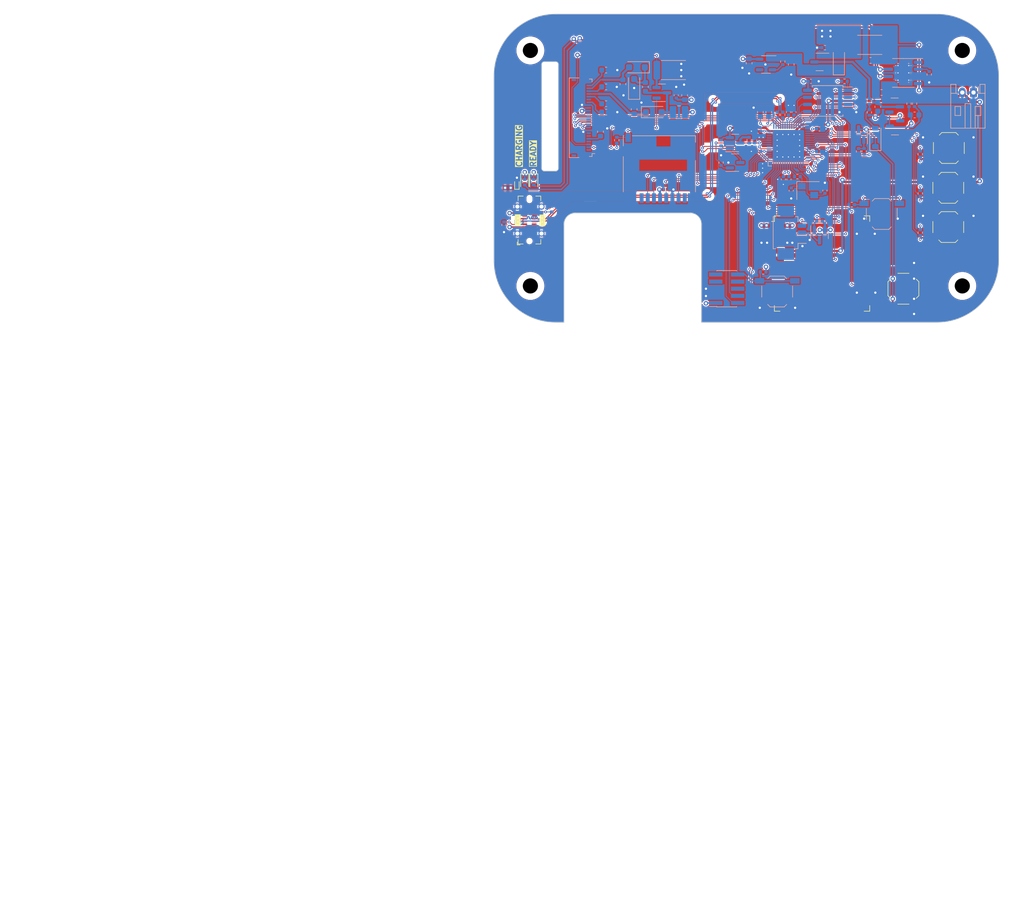
<source format=kicad_pcb>
(kicad_pcb (version 20221018) (generator pcbnew)
  (layers (0 "F.Cu" signal) (1 "In1.Cu" signal) (2 "In2.Cu" signal) (31 "B.Cu" signal) (34 "B.Paste" user) (35 "F.Paste" user) (36 "B.SilkS" user "B.Silkscreen") (37 "F.SilkS" user "F.Silkscreen") (38 "B.Mask" user) (39 "F.Mask" user) (44 "Edge.Cuts" user))
  (net 0 "")
  (net 1 "/DISPLAY_BOOST_OUT+")
  (net 2 "GND")
  (net 3 "Net-(D1-A)")
  (net 4 "Net-(D2-A)")
  (net 5 "/DISPLAY_BOOST_OUT-")
  (net 6 "+3V3")
  (net 7 "Net-(J1-VDHR)")
  (net 8 "Net-(J1-VDDD)")
  (net 9 "Net-(J1-VDH)")
  (net 10 "Net-(J1-VDL)")
  (net 11 "Net-(J1-VCOM)")
  (net 12 "+BATT")
  (net 13 "Net-(U2-CE)")
  (net 14 "+1V1")
  (net 15 "/POHO_OUT")
  (net 16 "Net-(Q4-G)")
  (net 17 "Net-(D6-K)")
  (net 18 "Net-(Q2-G)")
  (net 19 "Net-(U5-XIN)")
  (net 20 "Net-(C29-Pad2)")
  (net 21 "VBUS")
  (net 22 "Net-(D6-A)")
  (net 24 "/DISPLAY_BOOST_GATE")
  (net 25 "/DISPLAY_BOOST_CSENSE")
  (net 29 "/~{DISPLAY_BUSY}")
  (net 30 "/~{DISPLAY_RST}")
  (net 31 "/DISPLAY_D_C")
  (net 32 "/DISPLAY_ECSM")
  (net 33 "/DISPLAY_SCK")
  (net 34 "/DISPLAY_MOSI")
  (net 36 "Net-(J3-CC1)")
  (net 37 "/USB_D+")
  (net 38 "/USB_D-")
  (net 40 "Net-(J3-CC2)")
  (net 42 "Net-(J4-SWDIO{slash}TMS)")
  (net 43 "Net-(J4-SWDCLK{slash}TCK)")
  (net 48 "/~{RESET}")
  (net 50 "/SD_CS")
  (net 51 "/SD_MOSI")
  (net 52 "/SD_SCK")
  (net 53 "/SD_MISO")
  (net 55 "Net-(Q5-D)")
  (net 56 "/BUTTON_TOP")
  (net 57 "/BUTTON_MIDDLE")
  (net 58 "/BUTTON_BOTTOM")
  (net 59 "Net-(U2-PROG)")
  (net 60 "Net-(U3-EN)")
  (net 61 "Net-(U5-USB_DP)")
  (net 62 "Net-(U5-USB_DM)")
  (net 63 "/QSPI_SS")
  (net 64 "/~{USB_BOOT}")
  (net 65 "Net-(U5-XOUT)")
  (net 66 "/BATT_VSENSE")
  (net 67 "/~{GPS_RESET}")
  (net 68 "/GPS_FIX")
  (net 71 "/GPS_UART_RX")
  (net 72 "/GPS_UART_TX")
  (net 81 "/~{BATT_STDBY}")
  (net 82 "/~{BATT_CHRG}")
  (net 84 "/QSPI_SD1")
  (net 85 "/QSPI_SD2")
  (net 86 "/QSPI_SD0")
  (net 87 "/QSPI_SCLK")
  (net 88 "/QSPI_SD3")
  (net 90 "/~{SD_DETECT}")
  (net 96 "Net-(D7-K)")
  (net 97 "Net-(D8-K)")
  (net 98 "/POHO_CTRL")
  (net 99 "Net-(J6-Pin_2)")
  (net 100 "/SERVO_PPM")
  (net 101 "Net-(Q5-G)")
  (net 102 "Net-(Q6-G)")
  (net 103 "/~{SERVO_ENABLE}")
  (net 104 "/BATT_VSENSE_ENABLE")
  (net 105 "/REG_IN")
  (net 106 "/GPS_PPS")
  (footprint "Capacitor_SMD:C_0402_1005Metric" (layer "F.Cu") (at 141.2 63.8)
    (fp_text reference "C30" hide)
    (fp_text value "0.1uF")
  )
  (footprint "Button_Switch_SMD:SW_SPST_TL3342" (layer "F.Cu") (at 191.5 70.5)
    (fp_text reference "SW3" hide)
    (fp_text value "SW_Push")
  )
  (footprint "Custom_MountingHole:MountingHole_2.7mm_M2.5_Isolated" (layer "F.Cu") (at 194 81)
    (fp_text reference "H4" hide)
    (fp_text value "MountingHole")
  )
  (footprint "Custom_Connector_USB:USB_C_Receptacle_GCT_USB4115-03-C" (layer "F.Cu") (at 116.835 69.25 90)
    (fp_text reference "J3" hide)
    (fp_text value "USB_C_Receptacle_USB2.0")
  )
  (footprint "Button_Switch_SMD:SW_SPST_TL3342" (layer "F.Cu") (at 191.5 63.5)
    (fp_text reference "SW2" hide)
    (fp_text value "SW_Push")
  )
  (footprint "Button_Switch_SMD:SW_SPST_TL3342" (layer "F.Cu") (at 191.6 56.4)
    (fp_text reference "SW1" hide)
    (fp_text value "SW_Push")
  )
  (footprint "Custom_MountingHole:MountingHole_2.7mm_M2.5_Isolated" (layer "F.Cu") (at 117 81)
    (fp_text reference "H3" hide)
    (fp_text value "MountingHole")
  )
  (footprint "Custom_MountingHole:MountingHole_2.7mm_M2.5_Isolated" (layer "F.Cu") (at 117 39)
    (fp_text reference "H1" hide)
    (fp_text value "MountingHole")
  )
  (footprint "LED_SMD:LED_0603_1608Metric" (layer "F.Cu") (at 116 62.5 -90)
    (fp_text reference "D7" hide)
    (fp_text value "RED")
  )
  (footprint "Custom_MountingHole:MountingHole_2.7mm_M2.5_Isolated" (layer "F.Cu") (at 194 39)
    (fp_text reference "H2" hide)
    (fp_text value "MountingHole")
  )
  (footprint "Diode_SMD:D_SOD-923" (layer "F.Cu") (at 114.6 62.9 90)
    (fp_text reference "D4" hide)
    (fp_text value "9V 1A TVS")
  )
  (footprint "LED_SMD:LED_0603_1608Metric" (layer "F.Cu") (at 117.6 62.5 -90)
    (fp_text reference "D8" hide)
    (fp_text value "GREEN")
  )
  (footprint "Button_Switch_SMD:SW_SPST_TL3342" (layer "F.Cu") (at 183.5 81.5 -90)
    (fp_text reference "SW4" hide)
    (fp_text value "SW_Push")
  )
  (footprint "Custom_Module:PA1616S" (layer "F.Cu") (at 169 77)
    (fp_text reference "U1" hide)
    (fp_text value "PA1616S")
  )
  (footprint "Package_DFN_QFN:QFN-56-1EP_7x7mm_P0.4mm_EP3.2x3.2mm" (layer "B.Cu") (at 163 56 180)
    (fp_text reference "U5" hide)
    (fp_text value "RP2040")
  )
  (footprint "Resistor_SMD:R_0402_1005Metric" (layer "B.Cu") (at 184.5 48.5 -90)
    (fp_text reference "R11" hide)
    (fp_text value "10k")
  )
  (footprint "Capacitor_SMD:C_0603_1608Metric" (layer "B.Cu") (at 185.5 50.5)
    (fp_text reference "C25" hide)
    (fp_text value "1uF")
  )
  (footprint "Resistor_SMD:R_0402_1005Metric" (layer "B.Cu") (at 175.5 57 -90)
    (fp_text reference "R26" hide)
    (fp_text value "10k")
  )
  (footprint "Capacitor_SMD:C_0402_1005Metric" (layer "B.Cu") (at 157.6 57)
    (fp_text reference "C17" hide)
    (fp_text value "0.1uF")
  )
  (footprint "Capacitor_SMD:C_0603_1608Metric" (layer "B.Cu") (at 130.5 50)
    (fp_text reference "C7" hide)
    (fp_text value "1uF 25V")
  )
  (footprint "Resistor_SMD:R_0402_1005Metric" (layer "B.Cu") (at 112.3 70.1 -90)
    (fp_text reference "R6" hide)
    (fp_text value "5.1k")
  )
  (footprint "Capacitor_SMD:C_0402_1005Metric" (layer "B.Cu") (at 163 50 -90)
    (fp_text reference "C20" hide)
    (fp_text value "0.1uF")
  )
  (footprint "Package_TO_SOT_SMD:SOT-23" (layer "B.Cu") (at 175.5 54 90)
    (fp_text reference "Q6" hide)
    (fp_text value "2N7002")
  )
  (footprint "Resistor_SMD:R_0402_1005Metric" (layer "B.Cu") (at 156 55 -90)
    (fp_text reference "R21" hide)
    (fp_text value "10k 1%")
  )
  (footprint "Capacitor_SMD:C_0603_1608Metric" (layer "B.Cu") (at 130.5 48.5)
    (fp_text reference "C8" hide)
    (fp_text value "1uF 25V")
  )
  (footprint "Capacitor_SMD:C_0603_1608Metric" (layer "B.Cu") (at 129.5 53.5 90)
    (fp_text reference "C6" hide)
    (fp_text value "1uF 25V")
  )
  (footprint "Connector_Card:microSD_HC_Hirose_DM3D-SF" (layer "B.Cu") (at 140 60 180)
    (fp_text reference "J5" hide)
    (fp_text value "DM3AT-SF")
  )
  (footprint "Diode_SMD:D_SOD-123F" (layer "B.Cu") (at 139 50)
    (fp_text reference "D1" hide)
    (fp_text value "40V 2A")
  )
  (footprint "Resistor_SMD:R_0402_1005Metric" (layer "B.Cu") (at 173 44.5)
    (fp_text reference "R18" hide)
    (fp_text value "10k")
  )
  (footprint "Resistor_SMD:R_0402_1005Metric" (layer "B.Cu") (at 188.1 43.275 -90)
    (fp_text reference "R9" hide)
    (fp_text value "1.33k")
  )
  (footprint "Capacitor_SMD:C_0603_1608Metric" (layer "B.Cu") (at 177.6375 40.775 180)
    (fp_text reference "C12" hide)
    (fp_text value "10uF")
  )
  (footprint "Custom_FFC-FPC:Hirose_FH34SRJ-24S-0.5SH_1x24-1MP_P0.50mm_Horizontal" (layer "B.Cu") (at 127 51 90)
    (fp_text reference "J1" hide)
    (fp_text value "E2213PS0E")
  )
  (footprint "Button_Switch_SMD:SW_SPST_TL3342" (layer "B.Cu") (at 179.639642 68.17)
    (fp_text reference "SW5" hide)
    (fp_text value "SW_Push")
  )
  (footprint "Resistor_SMD:R_0402_1005Metric" (layer "B.Cu") (at 177.4375 48.05 -90)
    (fp_text reference "R14" hide)
    (fp_text value "100k")
  )
  (footprint "Capacitor_SMD:C_0603_1608Metric" (layer "B.Cu") (at 130.5 45.5)
    (fp_text reference "C9" hide)
    (fp_text value "1uF 25V")
  )
  (footprint "Capacitor_SMD:C_0402_1005Metric" (layer "B.Cu") (at 169.5 64 -90)
    (fp_text reference "C28" hide)
    (fp_text value "27pF NP0")
  )
  (footprint "Package_SO:HSOP-8-1EP_3.9x4.9mm_P1.27mm_EP2.41x3.1mm_ThermalVias" (layer "B.Cu") (at 183.5 43 180)
    (fp_text reference "U2" hide)
    (fp_text value "TP4056")
  )
  (footprint "Resistor_SMD:R_0402_1005Metric" (layer "B.Cu") (at 185.5 48.5 -90)
    (fp_text reference "R12" hide)
    (fp_text value "100k")
  )
  (footprint "Capacitor_SMD:C_0402_1005Metric" (layer "B.Cu") (at 163.1 62 90)
    (fp_text reference "C16" hide)
    (fp_text value "0.1uF")
  )
  (footprint "Resistor_SMD:R_0402_1005Metric" (layer "B.Cu") (at 186.5 57.5 -90)
    (fp_text reference "R3" hide)
    (fp_text value "10k")
  )
  (footprint "Capacitor_SMD:C_0402_1005Metric" (layer "B.Cu") (at 167 44.5)
    (fp_text reference "C27" hide)
    (fp_text value "0.1uF")
  )
  (footprint "Resistor_SMD:R_0402_1005Metric" (layer "B.Cu") (at 161 50.490001 -90)
    (fp_text reference "R15" hide)
    (fp_text value "27.4R 1%")
  )
  (footprint "Package_TO_SOT_SMD:SOT-23" (layer "B.Cu") (at 153.5 59)
    (fp_text reference "Q8" hide)
    (fp_text value "2N7002")
  )
  (footprint "Package_SO:SOIC-8_5.23x5.23mm_P1.27mm" (layer "B.Cu") (at 170 48 180)
    (fp_text reference "U4" hide)
    (fp_text value "W25Q128JVS")
  )
  (footprint "Capacitor_SMD:C_0402_1005Metric" (layer "B.Cu") (at 168.52 57 180)
    (fp_text reference "C18" hide)
    (fp_text value "0.1uF")
  )
  (footprint "Resistor_SMD:R_0402_1005Metric" (layer "B.Cu") (at 168.55 69.4375 180)
    (fp_text reference "R28" hide)
    (fp_text value "10k")
  )
  (footprint "Resistor_SMD:R_0402_1005Metric" (layer "B.Cu") (at 132.4 55 90)
    (fp_text reference "R30" hide)
    (fp_text value "10k")
  )
  (footprint "Package_TO_SOT_SMD:SOT-23" (layer "B.Cu") (at 168.55 71.9375 -90)
    (fp_text reference "Q7" hide)
    (fp_text value "20V 4.2A")
  )
  (footprint "Capacitor_SMD:C_0402_1005Metric" (layer "B.Cu") (at 164 50 -90)
    (fp_text reference "C14" hide)
    (fp_text value "0.1uF")
  )
  (footprint "Capacitor_SMD:C_0603_1608Metric" (layer "B.Cu") (at 163.5 41.5 -90)
    (fp_text reference "C26" hide)
    (fp_text value "1uF")
  )
  (footprint "Capacitor_SMD:C_0402_1005Metric" (layer "B.Cu") (at 143 47 90)
    (fp_text reference "C5" hide)
    (fp_text value "0.1uF")
  )
  (footprint "Capacitor_SMD:C_0402_1005Metric" (layer "B.Cu") (at 168.52 53 180)
    (fp_text reference "C19" hide)
    (fp_text value "0.1uF")
  )
  (footprint "Resistor_SMD:R_0402_1005Metric" (layer "B.Cu") (at 186.5 64.5 -90)
    (fp_text reference "R4" hide)
    (fp_text value "10k")
  )
  (footprint "Connector_PinHeader_1.27mm:PinHeader_2x05_P1.27mm_Vertical_SMD" (layer "B.Cu") (at 152 81.5)
    (fp_text reference "J4" hide)
    (fp_text value "Conn_ARM_JTAG_SWD_10")
  )
  (footprint "Connector_Molex:Molex_PicoBlade_53261-0371_1x03-1MP_P1.25mm_Horizontal" (layer "B.Cu") (at 163 71.5 90)
    (fp_text reference "J6" hide)
    (fp_text value "Conn_01x03_Pin")
  )
  (footprint "Capacitor_SMD:C_0603_1608Metric" (layer "B.Cu") (at 133.5 45 90)
    (fp_text reference "C3" hide)
    (fp_text value "1uF 25V")
  )
  (footprint "Button_Switch_SMD:SW_SPST_TL3342" (layer "B.Cu") (at 161 82)
    (fp_text reference "SW6" hide)
    (fp_text value "SW_Push")
  )
  (footprint "Capacitor_SMD:C_0603_1608Metric" (layer "B.Cu") (at 158 50 -90)
    (fp_text reference "C22" hide)
    (fp_text value "1uF")
  )
  (footprint "Package_TO_SOT_SMD:SOT-23" (layer "B.Cu") (at 181.9375 49.05)
    (fp_text reference "Q2" hide)
    (fp_text value "20V 4.2A")
  )
  (footprint "Resistor_SMD:R_2512_6332Metric" (layer "B.Cu") (at 177.5 38)
    (fp_text reference "R8" hide)
    (fp_text value "0.47R 1% 1W")
  )
  (footprint "Resistor_SMD:R_0402_1005Metric" (layer "B.Cu") (at 174.3 66.5 180)
    (fp_text reference "R19" hide)
    (fp_text value "1k")
  )
  (footprint "Capacitor_SMD:C_0402_1005Metric" (layer "B.Cu") (at 157 55 90)
    (fp_text reference "R22" hide)
    (fp_text value "30k 1%")
  )
  (footprint "Capacitor_SMD:C_0603_1608Metric" (layer "B.Cu") (at 144.5 47 90)
    (fp_text reference "C4" hide)
    (fp_text value "1uF")
  )
  (footprint "Package_TO_SOT_SMD:SOT-23" (layer "B.Cu") (at 182 52.5 180)
    (fp_text reference "Q4" hide)
    (fp_text value "2N7002")
  )
  (footprint "Capacitor_SMD:C_0603_1608Metric" (layer "B.Cu") (at 159.5 50 -90)
    (fp_text reference "C21" hide)
    (fp_text value "1uF")
  )
  (footprint "Crystal:Crystal_SMD_SeikoEpson_FA238-4Pin_3.2x2.5mm" (layer "B.Cu") (at 166.5 64)
    (fp_text reference "Y1" hide)
    (fp_text value "12.000MHz 18pF")
  )
  (footprint "Capacitor_SMD:C_0603_1608Metric" (layer "B.Cu") (at 156 41.275 -90)
    (fp_text reference "C23" hide)
    (fp_text value "2.2uF")
  )
  (footprint "Capacitor_SMD:C_0603_1608Metric" (layer "B.Cu") (at 137.5 45.5 90)
    (fp_text reference "C2" hide)
    (fp_text value "4.7uF 25V")
  )
  (footprint "Capacitor_SMD:C_0402_1005Metric" (layer "B.Cu") (at 157.6 53.4)
    (fp_text reference "C15" hide)
    (fp_text value "0.1uF")
  )
  (footprint "Resistor_SMD:R_0402_1005Metric" (layer "B.Cu") (at 176.5 57 90)
    (fp_text reference "R27" hide)
    (fp_text value "0R")
  )
  (footprint "Diode_SMD:D_SOD-123F" (layer "B.Cu") (at 136 42 180)
    (fp_text reference "D3" hide)
    (fp_text value "40V 2A")
  )
  (footprint "Resistor_SMD:R_0402_1005Metric" (layer "B.Cu") (at 120.8 67.3 90)
    (fp_text reference "R7" hide)
    (fp_text value "5.1k")
  )
  (footprint "Capacitor_SMD:C_0603_1608Metric" (layer "B.Cu") (at 130.5 42.5)
    (fp_text reference "C10" hide)
    (fp_text value "1uF 25V")
  )
  (footprint "Capacitor_SMD:C_0603_1608Metric" (layer "B.Cu") (at 178.9375 49.05 -90)
    (fp_text reference "C24" hide)
    (fp_text value "10uF")
  )
  (footprint "Resistor_SMD:R_0402_1005Metric" (layer "B.Cu") (at 164.6 61.5 180)
    (fp_text reference "R20" hide)
    (fp_text value "1k")
  )
  (footprint "Package_TO_SOT_SMD:SOT-23" (layer "B.Cu") (at 168.5625 41.05 180)
    (fp_text reference "Q3" hide)
    (fp_text value "20V 4.2A")
  )
  (footprint "Package_TO_SOT_SMD:SOT-23-5" (layer "B.Cu") (at 159 41.5 180)
    (fp_text reference "U3" hide)
    (fp_text value "AP2112K-3.3")
  )
  (footprint "Resistor_SMD:R_2512_6332Metric" (layer "B.Cu") (at 142.5 42.5)
    (fp_text reference "R1" hide)
    (fp_text value "0.47R 1% 1W")
  )
  (footprint "Resistor_SMD:R_0402_1005Metric" (layer "B.Cu") (at 162 41 -90)
    (fp_text reference "R10" hide)
    (fp_text value "10k")
  )
  (footprint "Capacitor_SMD:C_0603_1608Metric" (layer "B.Cu") (at 179.6 46.5 180)
    (fp_text reference "C11" hide)
    (fp_text value "10uF")
  )
  (footprint "Resistor_SMD:R_0402_1005Metric" (layer "B.Cu") (at 186.5 71.5 -90)
    (fp_text reference "R5" hide)
    (fp_text value "10k")
  )
  (footprint "Resistor_SMD:R_0402_1005Metric" (layer "B.Cu") (at 177.4375 50.05 90)
    (fp_text reference "R17" hide)
    (fp_text value "100k")
  )
  (footprint "Diode_SMD:D_SOD-123" (layer "B.Cu") (at 172 41 90)
    (fp_text reference "D5" hide)
    (fp_text value "20V 1A")
  )
  (footprint "Diode_SMD:D_SOD-123F" (layer "B.Cu") (at 135.5 45.5 90)
    (fp_text reference "D2" hide)
    (fp_text value "40V 2A")
  )
  (footprint "Package_TO_SOT_SMD:SOT-23" (layer "B.Cu") (at 153.5 55.5)
    (fp_text reference "Q5" hide)
    (fp_text value "20V 4.2A")
  )
  (footprint "Resistor_SMD:R_0402_1005Metric" (layer "B.Cu") (at 151 59 90)
    (fp_text reference "R29" hide)
    (fp_text value "10k")
  )
  (footprint "Capacitor_SMD:C_0402_1005Metric" (layer "B.Cu") (at 162.1 62 90)
    (fp_text reference "C13" hide)
    (fp_text value "0.1uF")
  )
  (footprint "Inductor_SMD:L_1008_2520Metric" (layer "B.Cu") (at 143.5 50 180)
    (fp_text reference "L1" hide)
    (fp_text value "10uH 0.8A")
  )
  (footprint "Resistor_SMD:R_0402_1005Metric" (layer "B.Cu") (at 169.5 38.5 180)
    (fp_text reference "R16" hide)
    (fp_text value "10k")
  )
  (footprint "Capacitor_SMD:C_0402_1005Metric" (layer "B.Cu") (at 163.5 64 90)
    (fp_text reference "C29" hide)
    (fp_text value "27pF NP0")
  )
  (footprint "Package_TO_SOT_SMD:SOT-23" (layer "B.Cu") (at 140.4375 46.55)
    (fp_text reference "Q1" hide)
    (fp_text value "30V 2.2A")
  )
  (footprint "Resistor_SMD:R_0402_1005Metric" (layer "B.Cu") (at 158.5 78.5 180)
    (fp_text reference "R23" hide)
    (fp_text value "10k")
  )
  (footprint "Resistor_SMD:R_0402_1005Metric" (layer "B.Cu") (at 151 55.5 -90)
    (fp_text reference "R2" hide)
    (fp_text value "10k")
  )
  (footprint "Resistor_SMD:R_0402_1005Metric" (layer "B.Cu") (at 162 50.5 -90)
    (fp_text reference "R13" hide)
    (fp_text value "27.4R 1%")
  )
  (footprint "Diode_SMD:D_SOD-123" (layer "B.Cu") (at 178.5 54.5 90)
    (fp_text reference "D6" hide)
    (fp_text value "20V 1A")
  )
  (footprint "Resistor_SMD:R_0402_1005Metric" (layer "B.Cu") (at 117.6 62.5 -90)
    (fp_text reference "R25" hide)
    (fp_text value "TBD")
  )
  (footprint "Capacitor_SMD:C_0603_1608Metric" (layer "B.Cu") (at 135.5 49.5 90)
    (fp_text reference "C1" hide)
    (fp_text value "1uF 25V")
  )
  (footprint "Resistor_SMD:R_0402_1005Metric" (layer "B.Cu") (at 116 62.5 -90)
    (fp_text reference "R24" hide)
    (fp_text value "TBD")
  )
  (footprint "Connector_JST:JST_PH_S2B-PH-K_1x02_P2.00mm_Horizontal" (layer "B.Cu") (at 196 46.5 180)
    (fp_text reference "J2" hide)
    (fp_text value "JST-PH 01x02 Male")
  )
  (gr_rect (start 118.7 68.35) (end 119.6 70.25) (stroke (width 0.15)) (fill solid) (layer "F.SilkS"))
  (gr_rect (start 114.3 68.3) (end 115.2 70.2) (stroke (width 0.15)) (fill solid) (layer "F.SilkS"))
  (gr_line (start 125 68) (end 145.5 68) (stroke (width 0.1)) (layer "Edge.Cuts"))
  (gr_arc (start 189.5 32.5) (mid 197.278175 35.721825) (end 200.5 43.5) (stroke (width 0.1)) (layer "Edge.Cuts"))
  (gr_arc (start 119.5 60.5) (mid 119.146447 60.353553) (end 119 60) (stroke (width 0.1)) (layer "Edge.Cuts"))
  (gr_arc (start 200.5 76.5) (mid 197.278175 84.278175) (end 189.5 87.5) (stroke (width 0.1)) (layer "Edge.Cuts"))
  (gr_line (start 119 41.5) (end 119 60) (stroke (width 0.1)) (layer "Edge.Cuts"))
  (gr_arc (start 122 60) (mid 121.853553 60.353553) (end 121.5 60.5) (stroke (width 0.1)) (layer "Edge.Cuts"))
  (gr_arc (start 121.5 87.5) (mid 113.721825 84.278175) (end 110.5 76.5) (stroke (width 0.1)) (layer "Edge.Cuts"))
  (gr_line (start 123 87.5) (end 123 70) (stroke (width 0.1)) (layer "Edge.Cuts"))
  (gr_arc (start 123 70) (mid 123.585786 68.585786) (end 125 68) (stroke (width 0.1)) (layer "Edge.Cuts"))
  (gr_line (start 189.5 87.5) (end 147.5 87.5) (stroke (width 0.1)) (layer "Edge.Cuts"))
  (gr_line (start 121.5 32.5) (end 189.5 32.5) (stroke (width 0.1)) (layer "Edge.Cuts"))
  (gr_arc (start 121.5 41) (mid 121.853553 41.146447) (end 122 41.5) (stroke (width 0.1)) (layer "Edge.Cuts"))
  (gr_line (start 123 87.5) (end 121.5 87.5) (stroke (width 0.1)) (layer "Edge.Cuts"))
  (gr_line (start 119.5 41) (end 121.5 41) (stroke (width 0.1)) (layer "Edge.Cuts"))
  (gr_line (start 119.5 60.5) (end 121.5 60.5) (stroke (width 0.1)) (layer "Edge.Cuts"))
  (gr_line (start 122 41.5) (end 122 60) (stroke (width 0.1)) (layer "Edge.Cuts"))
  (gr_line (start 110.5 76.5) (end 110.5 43.5) (stroke (width 0.1)) (layer "Edge.Cuts"))
  (gr_arc (start 119 41.5) (mid 119.146447 41.146447) (end 119.5 41) (stroke (width 0.1)) (layer "Edge.Cuts"))
  (gr_line (start 147.5 87.5) (end 147.5 70) (stroke (width 0.1)) (layer "Edge.Cuts"))
  (gr_arc (start 110.5 43.5) (mid 113.721825 35.721825) (end 121.5 32.5) (stroke (width 0.1)) (layer "Edge.Cuts"))
  (gr_arc (start 145.5 68) (mid 146.914214 68.585786) (end 147.5 70) (stroke (width 0.1)) (layer "Edge.Cuts"))
  (gr_line (start 200.5 43.5) (end 200.5 76.5) (stroke (width 0.1)) (layer "Edge.Cuts"))
  (gr_text "READY" (at 118.1 59.9 90) (layer "F.SilkS" knockout) (effects (font (size 1 1) (thickness 0.2) bold) (justify left bottom)))
  (gr_text "CHARGING" (at 115.6 59.9 90) (layer "F.SilkS" knockout) (effects (font (size 1 1) (thickness 0.2) bold) (justify left bottom)))
  (segment (start 129.2 46.75) (end 131.25 46.75) (width 0.4) (layer "B.Cu") (net 1))
  (segment (start 134.7 50.2) (end 135.425 50.2) (width 0.4) (layer "B.Cu") (net 1))
  (segment (start 127.4 46.75) (end 129.2 46.75) (width 0.25) (layer "B.Cu") (net 1))
  (segment (start 135.5 50.275) (end 137.325 50.275) (width 0.4) (layer "B.Cu") (net 1))
  (segment (start 135.425 50.2) (end 135.5 50.275) (width 0.4) (layer "B.Cu") (net 1))
  (segment (start 137.325 50.275) (end 137.6 50) (width 0.4) (layer "B.Cu") (net 1))
  (segment (start 131.25 46.75) (end 134.7 50.2) (width 0.4) (layer "B.Cu") (net 1))
  (segment (start 141.68 63.8) (end 142.5 63.8) (width 0.4) (layer "F.Cu") (net 2))
  (via (at 165 57) (size 0.5) (drill 0.2) (layers "F.Cu" "B.Cu") (net 2))
  (via (at 156.8 49.2) (size 0.8) (drill 0.4) (layers "F.Cu" "B.Cu") (net 2))
  (via (at 187 54.5) (size 0.8) (drill 0.4) (layers "F.Cu" "B.Cu") (net 2))
  (via (at 165 55) (size 0.5) (drill 0.2) (layers "F.Cu" "B.Cu") (net 2))
  (via (at 161 58) (size 0.5) (drill 0.2) (layers "F.Cu" "B.Cu") (net 2))
  (via (at 159.2 73.3) (size 0.8) (drill 0.4) (layers "F.Cu" "B.Cu") (net 2))
  (via (at 165 54) (size 0.5) (drill 0.2) (layers "F.Cu" "B.Cu") (net 2))
  (via (at 185.4 76.9) (size 0.8) (drill 0.4) (layers "F.Cu" "B.Cu") (net 2))
  (via (at 158.2 73.3) (size 0.8) (drill 0.4) (layers "F.Cu" "B.Cu") (net 2))
  (via (at 158.4 59.2) (size 0.5) (drill 0.2) (layers "F.Cu" "B.Cu") (net 2))
  (via (at 196 61.5) (size 0.8) (drill 0.4) (layers "F.Cu" "B.Cu") (net 2))
  (via (at 114.6 61.7) (size 0.8) (drill 0.4) (layers "F.Cu" "B.Cu") (net 2))
  (via (at 161 55) (size 0.5) (drill 0.2) (layers "F.Cu" "B.Cu") (net 2))
  (via (at 175.1 50) (size 0.8) (drill 0.4) (layers "F.Cu" "B.Cu") (net 2))
  (via (at 185.4 86) (size 0.8) (drill 0.4) (layers "F.Cu" "B.Cu") (net 2))
  (via (at 175.2 82.2) (size 0.8) (drill 0.4) (layers "F.Cu" "B.Cu") (net 2))
  (via (at 143.9 42.5) (size 0.8) (drill 0.4) (layers "F.Cu" "B.Cu") (net 2))
  (via (at 182.5 69) (size 0.8) (drill 0.4) (layers "F.Cu" "B.Cu") (net 2))
  (via (at 187 61.5) (size 0.8) (drill 0.4) (layers "F.Cu" "B.Cu") (net 2))
  (via (at 163.5 43.3) (size 0.8) (drill 0.4) (layers "F.Cu" "B.Cu") (net 2))
  (via (at 158.9 41.5) (size 0.8) (drill 0.4) (layers "F.Cu" "B.Cu") (net 2))
  (via (at 169.5 62.6) (size 0.8) (drill 0.4) (layers "F.Cu" "B.Cu") (net 2))
  (via (at 158.4 60) (size 0.5) (drill 0.2) (layers "F.Cu" "B.Cu") (net 2))
  (via (at 163 48.8) (size 0.5) (drill 0.2) (layers "F.Cu" "B.Cu") (net 2))
  (via (at 161 54) (size 0.5) (drill 0.2) (layers "F.Cu" "B.Cu") (net 2))
  (via (at 168.1 38.5) (size 0.8) (drill 0.4) (layers "F.Cu" "B.Cu") (net 2))
  (via (at 148.3 81.5) (size 0.8) (drill 0.4) (layers "F.Cu" "B.Cu") (net 2))
  (via (at 156.4 53.4) (size 0.5) (drill 0.2) (layers "F.Cu" "B.Cu") (net 2))
  (via (at 169.7 57) (size 0.5) (drill 0.2) (layers "F.Cu" "B.Cu") (net 2))
  (via (at 166.8 72.8) (size 0.8) (drill 0.4) (layers "F.Cu" "B.Cu") (net 2))
  (via (at 162.1 62.9) (size 0.5) (drill 0.2) (layers "F.Cu" "B.Cu") (net 2))
  (via (at 136.8 48.3) (size 0.8) (drill 0.4) (layers "F.Cu" "B.Cu") (net 2))
  (via (at 154.8 42.1) (size 0.8) (drill 0.4) (layers "F.Cu" "B.Cu") (net 2))
  (via (at 168.4 44.5) (size 0.8) (drill 0.4) (layers "F.Cu" "B.Cu") (net 2))
  (via (at 176.5 69) (size 0.8) (drill 0.4) (layers "F.Cu" "B.Cu") (net 2))
  (via (at 187 68.5) (size 0.8) (drill 0.4) (layers "F.Cu" "B.Cu") (net 2))
  (via (at 163 58) (size 0.5) (drill 0.2) (layers "F.Cu" "B.Cu") (net 2))
  (via (at 163.7 73.3) (size 0.8) (drill 0.4) (layers "F.Cu" "B.Cu") (net 2))
  (via (at 112.3 71.4) (size 0.8) (drill 0.4) (layers "F.Cu" "B.Cu") (net 2))
  (via (at 161 57) (size 0.5) (drill 0.2) (layers "F.Cu" "B.Cu") (net 2))
  (via (at 178.4 71.7) (size 0.8) (drill 0.4) (layers "F.Cu" "B.Cu") (net 2))
  (via (at 143.9 41.4) (size 0.8) (drill 0.4) (layers "F.Cu" "B.Cu") (net 2))
  (via (at 169.7 53) (size 0.5) (drill 0.2) (layers "F.Cu" "B.Cu") (net 2))
  (via (at 126.429855 53.516509) (size 0.8) (drill 0.4) (layers "F.Cu" "B.Cu") (net 2))
  (via (at 135.5 45.7) (size 0.8) (drill 0.4) (layers "F.Cu" "B.Cu") (net 2))
  (via (at 132.5 50) (size 0.8) (drill 0.4) (layers "F.Cu" "B.Cu") (net 2))
  (via (at 163 54) (size 0.5) (drill 0.2) (layers "F.Cu" "B.Cu") (net 2))
  (via (at 158.5 54.5) (size 0.5) (drill 0.2) (layers "F.Cu" "B.Cu") (net 2))
  (via (at 165 58) (size 0.5) (drill 0.2) (layers "F.Cu" "B.Cu") (net 2))
  (via (at 156.4 57) (size 0.5) (drill 0.2) (layers "F.Cu" "B.Cu") (net 2))
  (via (at 158.4 60.8) (size 0.5) (drill 0.2) (layers "F.Cu" "B.Cu") (net 2))
  (via (at 148.3 82.8) (size 0.8) (drill 0.4) (layers "F.Cu" "B.Cu") (net 2))
  (via (at 151 57.7) (size 0.8) (drill 0.4) (layers "F.Cu" "B.Cu") (net 2))
  (via (at 161.1 62) (size 0.5) (drill 0.2) (layers "F.Cu" "B.Cu") (net 2))
  (via (at 185.4 83.3) (size 0.8) (drill 0.4) (layers "F.Cu" "B.Cu") (net 2))
  (via (at 164 58) (size 0.5) (drill 0.2) (layers "F.Cu" "B.Cu") (net 2))
  (via (at 161 56) (size 0.5) (drill 0.2) (layers "F.Cu" "B.Cu") (net 2))
  (via (at 144.4 45.1) (size 0.8) (drill 0.4) (layers "F.Cu" "B.Cu") (net 2))
  (via (at 132.5 42.5) (size 0.8) (drill 0.4) (layers "F.Cu" "B.Cu") (net 2))
  (via (at 162 58) (size 0.5) (drill 0.2) (layers "F.Cu" "B.Cu") (net 2))
  (via (at 164.2 84.9) (size 0.8) (drill 0.4) (layers "F.Cu" "B.Cu") (net 2))
  (via (at 152.3 59) (size 0.8) (drill 0.4) (layers "F.Cu" "B.Cu") (net 2))
  (via (at 164 48.8) (size 0.5) (drill 0.2) (layers "F.Cu" "B.Cu") (net 2))
  (via (at 143 45.5) (size 0.8) (drill 0.4) (layers "F.Cu" "B.Cu") (net 2))
  (via (at 178.5 82.2) (size 0.8) (drill 0.4) (layers "F.Cu" "B.Cu") (net 2))
  (via (at 164 54) (size 0.5) (drill 0.2) (layers "F.Cu" "B.Cu") (net 2))
  (via (at 157.8 54.5) (size 0.5) (drill 0.2) (layers "F.Cu" "B.Cu") (net 2))
  (via (at 172.1 50) (size 0.8) (drill 0.4) (layers "F.Cu" "B.Cu") (net 2))
  (via (at 175.2 71.7) (size 0.8) (drill 0.4) (layers "F.Cu" "B.Cu") (net 2))
  (via (at 132.4 45.5) (size 0.8) (drill 0.4) (layers "F.Cu" "B.Cu") (net 2))
  (via (at 142.5 63.8) (size 0.8) (drill 0.4) (layers "F.Cu" "B.Cu") (net 2))
  (via (at 133.6 47) (size 0.8) (drill 0.4) (layers "F.Cu" "B.Cu") (net 2))
  (via (at 165 56) (size 0.5) (drill 0.2) (layers "F.Cu" "B.Cu") (net 2))
  (via (at 196 54.5) (size 0.8) (drill 0.4) (layers "F.Cu" "B.Cu") (net 2))
  (via (at 163.5 65.4) (size 0.8) (drill 0.4) (layers "F.Cu" "B.Cu") (net 2))
  (via (at 162.8 73.3) (size 0.8) (drill 0.4) (layers "F.Cu" "B.Cu") (net 2))
  (via (at 156 43.1) (size 0.8) (drill 0.4) (layers "F.Cu" "B.Cu") (net 2))
  (via (at 162 54) (size 0.5) (drill 0.2) (layers "F.Cu" "B.Cu") (net 2))
  (via (at 130.7 52.9) (size 0.8) (drill 0.4) (layers "F.Cu" "B.Cu") (net 2))
  (via (at 157.9 84.9) (size 0.8) (drill 0.4) (layers "F.Cu" "B.Cu") (net 2))
  (via (at 188.1 44.7) (size 0.8) (drill 0.4) (layers "F.Cu" "B.Cu") (net 2))
  (via (at 143.9 43.6) (size 0.8) (drill 0.4) (layers "F.Cu" "B.Cu") (net 2))
  (via (at 185.4 79.7) (size 0.8) (drill 0.4) (layers "F.Cu" "B.Cu") (net 2))
  (via (at 126.2 48.7) (size 0.8) (drill 0.4) (layers "F.Cu" "B.Cu") (net 2))
  (via (at 196 68.5) (size 0.8) (drill 0.4) (layers "F.Cu" "B.Cu") (net 2))
  (via (at 165.5 73.9) (size 0.8) (drill 0.4) (layers "F.Cu" "B.Cu") (net 2))
  (segment (start 142.5 63.8) (end 142.305 63.995) (width 0.4) (layer "B.Cu") (net 2))
  (segment (start 142.305 63.995) (end 142.305 65.3) (width 0.4) (layer "B.Cu") (net 2))
  (segment (start 141.3 50) (end 140.4 50) (width 0.4) (layer "B.Cu") (net 3))
  (segment (start 141.375 46.55) (end 141.375 49.925) (width 0.4) (layer "B.Cu") (net 3))
  (segment (start 141.375 46.55) (end 137.775 46.55) (width 0.4) (layer "B.Cu") (net 3))
  (segment (start 137.775 46.55) (end 137.5 46.275) (width 0.4) (layer "B.Cu") (net 3))
  (segment (start 142.425 50) (end 141.3 50) (width 0.4) (layer "B.Cu") (net 3))
  (segment (start 141.375 49.925) (end 141.3 50) (width 0.4) (layer "B.Cu") (net 3))
  (segment (start 137.4 44.625) (end 137.5 44.725) (width 0.4) (layer "B.Cu") (net 4))
  (segment (start 136.125 44.725) (end 135.5 44.1) (width 0.4) (layer "B.Cu") (net 4))
  (segment (start 137.5 44.725) (end 136.125 44.725) (width 0.4) (layer "B.Cu") (net 4))
  (segment (start 137.4 42) (end 137.4 44.625) (width 0.4) (layer "B.Cu") (net 4))
  (segment (start 127.4 45.75) (end 128.015686 45.75) (width 0.25) (layer "B.Cu") (net 5))
  (segment (start 133.5 44.225) (end 133.5 43.1) (width 0.4) (layer "B.Cu") (net 5))
  (segment (start 129.540686 44.225) (end 129.9 44.225) (width 0.25) (layer "B.Cu") (net 5))
  (segment (start 128.015686 45.75) (end 129.540686 44.225) (width 0.25) (layer "B.Cu") (net 5))
  (segment (start 133.5 43.1) (end 134.6 42) (width 0.4) (layer "B.Cu") (net 5))
  (segment (start 129.9 44.225) (end 133.5 44.225) (width 0.4) (layer "B.Cu") (net 5))
  (segment (start 159.15 70.25) (end 159.1 70.2) (width 0.8) (layer "F.Cu") (net 6))
  (segment (start 162.8 70.2) (end 162.85 70.25) (width 0.8) (layer "F.Cu") (net 6))
  (segment (start 161.2 70.25) (end 162.75 70.25) (width 0.8) (layer "F.Cu") (net 6))
  (segment (start 161.2 70.25) (end 159.15 70.25) (width 0.8) (layer "F.Cu") (net 6))
  (segment (start 159.05 70.25) (end 158.25 70.25) (width 0.8) (layer "F.Cu") (net 6))
  (segment (start 159.1 70.2) (end 159.05 70.25) (width 0.8) (layer "F.Cu") (net 6))
  (segment (start 158.25 70.25) (end 158.2 70.2) (width 0.8) (layer "F.Cu") (net 6))
  (segment (start 162.75 70.25) (end 162.8 70.2) (width 0.8) (layer "F.Cu") (net 6))
  (segment (start 163.65 70.25) (end 163.7 70.2) (width 0.8) (layer "F.Cu") (net 6))
  (segment (start 162.85 70.25) (end 163.65 70.25) (width 0.8) (layer "F.Cu") (net 6))
  (segment (start 140 63.8) (end 140.72 63.8) (width 0.4) (layer "F.Cu") (net 6))
  (via (at 126.2 49.8) (size 0.8) (drill 0.4) (layers "F.Cu" "B.Cu") (net 6))
  (via (at 148.3 84.1) (size 0.8) (drill 0.4) (layers "F.Cu" "B.Cu") (net 6))
  (via (at 154.9 40.5) (size 0.8) (drill 0.4) (layers "F.Cu" "B.Cu") (net 6))
  (via (at 167.336027 57.054585) (size 0.5) (drill 0.2) (layers "F.Cu" "B.Cu") (net 6))
  (via (at 167.3 53) (size 0.5) (drill 0.2) (layers "F.Cu" "B.Cu") (net 6))
  (via (at 165.7 44.5) (size 0.8) (drill 0.4) (layers "F.Cu" "B.Cu") (net 6))
  (via (at 168.6 71) (size 0.8) (drill 0.4) (layers "F.Cu" "B.Cu") (net 6))
  (via (at 170.5 71) (size 0.8) (drill 0.4) (layers "F.Cu" "B.Cu") (net 6))
  (via (at 158.7 57) (size 0.5) (drill 0.2) (layers "F.Cu" "B.Cu") (net 6))
  (via (at 186.5 56.3) (size 0.5) (drill 0.2) (layers "F.Cu" "B.Cu") (net 6))
  (via (at 163.017571 60.782429) (size 0.5) (drill 0.2) (layers "F.Cu" "B.Cu") (net 6))
  (via (at 145.7 47.8) (size 0.8) (drill 0.4) (layers "F.Cu" "B.Cu") (net 6))
  (via (at 158 52) (size 0.5) (drill 0.2) (layers "F.Cu" "B.Cu") (net 6))
  (via (at 163.7 70.2) (size 0.8) (drill 0.4) (layers "F.Cu" "B.Cu") (net 6))
  (via (at 140 63.8) (size 0.8) (drill 0.4) (layers "F.Cu" "B.Cu") (net 6))
  (via (at 186.5 70.3) (size 0.5) (drill 0.2) (layers "F.Cu" "B.Cu") (net 6))
  (via (at 158.7 53.4) (size 0.5) (drill 0.2) (layers "F.Cu" "B.Cu") (net 6))
  (via (at 186.5 63.3) (size 0.5) (drill 0.2) (layers "F.Cu" "B.Cu") (net 6))
  (via (at 162.8 70.2) (size 0.8) (drill 0.4) (layers "F.Cu" "B.Cu") (net 6))
  (via (at 162.8 51.3255) (size 0.5) (drill 0.2) (layers "F.Cu" "B.Cu") (net 6))
  (via (at 132.4 56.3) (size 0.5) (drill 0.2) (layers "F.Cu" "B.Cu") (net 6))
  (via (at 159.1 70.2) (size 0.8) (drill 0.4) (layers "F.Cu" "B.Cu") (net 6))
  (via (at 158.2 70.2) (size 0.8) (drill 0.4) (layers "F.Cu" "B.Cu") (net 6))
  (via (at 159 77.6) (size 0.8) (drill 0.4) (layers "F.Cu" "B.Cu") (net 6))
  (via (at 145.9 50) (size 0.8) (drill 0.4) (layers "F.Cu" "B.Cu") (net 6))
  (via (at 171.8 44.5) (size 0.5) (drill 0.2) (layers "F.Cu" "B.Cu") (net 6))
  (segment (start 169.5 71) (end 168.6 71) (width 0.4) (layer "B.Cu") (net 6))
  (segment (start 127.4 49.75) (end 126.25 49.75) (width 0.25) (layer "B.Cu") (net 6))
  (segment (start 145.675 47.775) (end 145.7 47.8) (width 0.4) (layer "B.Cu") (net 6))
  (segment (start 162.8 51.8) (end 162.8 51.3255) (width 0.15) (layer "B.Cu") (net 6))
  (segment (start 140 63.8) (end 140.105 63.905) (width 0.4) (layer "B.Cu") (net 6))
  (segment (start 186.5 56.99) (end 186.5 56.3) (width 0.25) (layer "B.Cu") (net 6))
  (segment (start 169.5 69.8775) (end 169.06 69.4375) (width 0.4) (layer "B.Cu") (net 6))
  (segment (start 168.04 57) (end 167.390612 57) (width 0.15) (layer "B.Cu") (net 6))
  (segment (start 160.4 51.9) (end 160.8 51.9) (width 0.15) (layer "B.Cu") (net 6))
  (segment (start 186.5 70.99) (end 186.5 70.3) (width 0.25) (layer "B.Cu") (net 6))
  (segment (start 163 50.48) (end 163 51.1255) (width 0.15) (layer "B.Cu") (net 6))
  (segment (start 140.105 63.905) (end 140.105 65.3) (width 0.4) (layer "B.Cu") (net 6))
  (segment (start 162.8 60.564858) (end 162.8 59.4375) (width 0.15) (layer "B.Cu") (net 6))
  (segment (start 163 51.1255) (end 162.8 51.3255) (width 0.15) (layer "B.Cu") (net 6))
  (segment (start 159.5 52.5) (end 160.1 51.9) (width 0.15) (layer "B.Cu") (net 6))
  (segment (start 143.295 47.775) (end 143 47.48) (width 0.4) (layer "B.Cu") (net 6))
  (segment (start 186.5 63.99) (end 186.5 63.3) (width 0.25) (layer "B.Cu") (net 6))
  (segment (start 154.95 40.55) (end 154.9 40.5) (width 0.4) (layer "B.Cu") (net 6))
  (segment (start 163.017571 60.782429) (end 163.1 60.864858) (width 0.15) (layer "B.Cu") (net 6))
  (segment (start 168.04 53) (end 167.3 53) (width 0.15) (layer "B.Cu") (net 6))
  (segment (start 144.5 47.775) (end 145.675 47.775) (width 0.4) (layer "B.Cu") (net 6))
  (segment (start 166.4375 57) (end 167.281442 57) (width 0.15) (layer "B.Cu") (net 6))
  (segment (start 158 50.775) (end 158 52) (width 0.15) (layer "B.Cu") (net 6))
  (segment (start 148.36 84.04) (end 148.3 84.1) (width 0.25) (layer "B.Cu") (net 6))
  (segment (start 159.01 78.5) (end 159.01 77.61) (width 0.25) (layer "B.Cu") (net 6))
  (segment (start 166.52 45.975) (end 166.4 46.095) (width 0.4) (layer "B.Cu") (net 6))
  (segment (start 158.5 52.5) (end 159.5 52.5) (width 0.15) (layer "B.Cu") (net 6))
  (segment (start 169.5 71) (end 170.5 71) (width 0.4) (layer "B.Cu") (net 6))
  (segment (start 159.01 77.61) (end 159 77.6) (width 0.25) (layer "B.Cu") (net 6))
  (segment (start 166.52 44.5) (end 165.7 44.5) (width 0.4) (layer "B.Cu") (net 6))
  (segment (start 169.5 71) (end 169.5 69.8775) (width 0.4) (layer "B.Cu") (net 6))
  (segment (start 167.390612 57) (end 167.336027 57.054585) (width 0.15) (layer "B.Cu") (net 6))
  (segment (start 127.4 49.25) (end 126.75 49.25) (width 0.25) (layer "B.Cu") (net 6))
  (segment (start 157.8625 40.55) (end 154.95 40.55) (width 0.4) (layer "B.Cu") (net 6))
  (segment (start 162.8 52.5625) (end 162.8 51.8) (width 0.15) (layer "B.Cu") (net 6))
  (segment (start 163.1 60.864858) (end 163.1 61.52) (width 0.15) (layer "B.Cu") (net 6))
  (segment (start 158.08 53.4) (end 158.7 53.4) (width 0.15) (layer "B.Cu") (net 6))
  (segment (start 162.4 51.8) (end 162.8 51.8) (width 0.15) (layer "B.Cu") (net 6))
  (segment (start 158 52) (end 158.5 52.5) (width 0.15) (layer "B.Cu") (net 6))
  (segment (start 158.7 57) (end 158.08 57) (width 0.15) (layer "B.Cu") (net 6))
  (segment (start 172.49 44.5) (end 171.8 44.5) (width 0.15) (layer "B.Cu") (net 6))
  (segment (start 126.75 49.25) (end 126.2 49.8) (width 0.25) (layer "B.Cu") (net 6))
  (segment (start 126.25 49.75) (end 126.2 49.8) (width 0.25) (layer "B.Cu") (net 6))
  (segment (start 160.4 51.9) (end 160.1 51.9) (width 0.15) (layer "B.Cu") (net 6))
  (segment (start 159.5625 57) (end 158.7 57) (width 0.15) (layer "B.Cu") (net 6))
  (segment (start 166.52 44.5) (end 166.52 45.975) (width 0.4) (layer "B.Cu") (net 6))
  (segment (start 132.4 55.51) (end 132.4 56.3) (width 0.25) (layer "B.Cu") (net 6))
  (segment (start 160.4 52.5625) (end 160.4 51.9) (width 0.15) (layer "B.Cu") (net 6))
  (segment (start 162.4 52.5625) (end 162.4 51.8) (width 0.15) (layer "B.Cu") (net 6))
  (segment (start 160.8 52.5625) (end 160.8 51.9) (width 0.15) (layer "B.Cu") (net 6))
  (segment (start 144.5 47.775) (end 143.295 47.775) (width 0.4) (layer "B.Cu") (net 6))
  (segment (start 150.05 84.04) (end 148.36 84.04) (width 0.25) (layer "B.Cu") (net 6))
  (segment (start 159.5625 53.4) (end 158.7 53.4) (width 0.15) (layer "B.Cu") (net 6))
  (segment (start 166.4375 53.4) (end 166.9 53.4) (width 0.15) (layer "B.Cu") (net 6))
  (segment (start 144.575 50) (end 145.9 50) (width 0.4) (layer "B.Cu") (net 6))
  (segment (start 166.9 53.4) (end 167.3 53) (width 0.15) (layer "B.Cu") (net 6))
  (segment (start 167.281442 57) (end 167.336027 57.054585) (width 0.15) (layer "B.Cu") (net 6))
  (segment (start 163.017571 60.782429) (end 162.8 60.564858) (width 0.15) (layer "B.Cu") (net 6))
  (segment (start 127.4 54.75) (end 129.025 54.75) (width 0.25) (layer "B.Cu") (net 7))
  (segment (start 129.025 54.75) (end 129.5 54.275) (width 0.25) (layer "B.Cu") (net 7))
  (segment (start 129.725 50) (end 129.1 50) (width 0.25) (layer "B.Cu") (net 8))
  (segment (start 127.4 48.25) (end 128.05 48.25) (width 0.25) (layer "B.Cu") (net 8))
  (segment (start 128.6 48.8) (end 128.6 49.5) (width 0.25) (layer "B.Cu") (net 8))
  (segment (start 128.05 48.25) (end 128.6 48.8) (width 0.25) (layer "B.Cu") (net 8))
  (segment (start 129.1 50) (end 128.6 49.5) (width 0.25) (layer "B.Cu") (net 8))
  (segment (start 128.475 47.25) (end 129.725 48.5) (width 0.25) (layer "B.Cu") (net 9))
  (segment (start 127.4 47.25) (end 128.475 47.25) (width 0.25) (layer "B.Cu") (net 9))
  (segment (start 128.975 46.25) (end 129.725 45.5) (width 0.25) (layer "B.Cu") (net 10))
  (segment (start 127.4 46.25) (end 128.975 46.25) (width 0.25) (layer "B.Cu") (net 10))
  (segment (start 127.4 45.25) (end 127.95 45.25) (width 0.25) (layer "B.Cu") (net 11))
  (segment (start 129.725 43.475) (end 129.725 42.5) (width 0.25) (layer "B.Cu") (net 11))
  (segment (start 127.95 45.25) (end 129.725 43.475) (width 0.25) (layer "B.Cu") (net 11))
  (segment (start 165.38853 52.21147) (end 170.063209 52.21147) (width 0.4) (layer "F.Cu") (net 12))
  (segment (start 158.951471 52.8) (end 159.551471 53.4) (width 0.4) (layer "F.Cu") (net 12))
  (segment (start 172.25 74.75) (end 172.3 74.7) (width 0.4) (layer "F.Cu") (net 12))
  (segment (start 195.7 48.2) (end 194 46.5) (width 0.4) (layer "F.Cu") (net 12))
  (segment (start 152.7 52.8) (end 158.951471 52.8) (width 0.4) (layer "F.Cu") (net 12))
  (segment (start 170.2 48) (end 192.5 48) (width 0.4) (layer "F.Cu") (net 12))
  (segment (start 192.5 48) (end 194 46.5) (width 0.4) (layer "F.Cu") (net 12))
  (segment (start 172.627035 62.1) (end 172.977035 62.45) (width 0.4) (layer "F.Cu") (net 12))
  (segment (start 172.977035 62.45) (end 196.95 62.45) (width 0.4) (layer "F.Cu") (net 12))
  (segment (start 164.2 53.4) (end 165.38853 52.21147) (width 0.4) (layer "F.Cu") (net 12))
  (segment (start 161.2 74.75) (end 172.25 74.75) (width 0.4) (layer "F.Cu") (net 12))
  (segment (start 196.95 62.45) (end 197.1 62.3) (width 0.4) (layer "F.Cu") (net 12))
  (segment (start 152.6 52.9) (end 152.7 52.8) (width 0.4) (layer "F.Cu") (net 12))
  (segment (start 197.1 48.2) (end 195.7 48.2) (width 0.4) (layer "F.Cu") (net 12))
  (segment (start 159.551471 53.4) (end 164.2 53.4) (width 0.4) (layer "F.Cu") (net 12))
  (via (at 197.1 48.2) (size 0.8) (drill 0.4) (layers "F.Cu" "B.Cu") (net 12))
  (via (at 197.1 62.3) (size 0.8) (drill 0.4) (layers "F.Cu" "B.Cu") (net 12))
  (via (at 170.063209 52.21147) (size 0.8) (drill 0.4) (layers "F.Cu" "B.Cu") (net 12))
  (via (at 152.6 52.9) (size 0.8) (drill 0.4) (layers "F.Cu" "B.Cu") (net 12))
  (via (at 172.627035 62.1) (size 0.8) (drill 0.4) (layers "F.Cu" "B.Cu") (net 12))
  (via (at 170.2 48) (size 0.8) (drill 0.4) (layers "F.Cu" "B.Cu") (net 12))
  (via (at 172.3 74.7) (size 0.8) (drill 0.4) (layers "F.Cu" "B.Cu") (net 12))
  (segment (start 170.1 52.174679) (end 170.1 48.1) (width 0.4) (layer "B.Cu") (net 12))
  (segment (start 152.5625 52.9375) (end 152.6 52.9) (width 0.4) (layer "B.Cu") (net 12))
  (segment (start 172.6 74.4) (end 172.6 62.127035) (width 0.4) (layer "B.Cu") (net 12))
  (segment (start 152.5625 54.55) (end 151.44 54.55) (width 0.25) (layer "B.Cu") (net 12))
  (segment (start 170.063209 52.21147) (end 170.1 52.174679) (width 0.4) (layer "B.Cu") (net 12))
  (segment (start 151.44 54.55) (end 151 54.99) (width 0.25) (layer "B.Cu") (net 12))
  (segment (start 152.5625 54.55) (end 152.5625 52.9375) (width 0.4) (layer "B.Cu") (net 12))
  (segment (start 197.1 62.3) (end 197.1 49.423528) (width 0.4) (layer "B.Cu") (net 12))
  (segment (start 170.1 48.1) (end 170.2 48) (width 0.4) (layer "B.Cu") (net 12))
  (segment (start 172.3 74.7) (end 172.6 74.4) (width 0.4) (layer "B.Cu") (net 12))
  (segment (start 197.1 49.423528) (end 197.1 48.2) (width 0.4) (layer "B.Cu") (net 12))
  (segment (start 172.6 62.127035) (end 172.627035 62.1) (width 0.4) (layer "B.Cu") (net 12))
  (segment (start 186.3 38) (end 186.3 46.1) (width 0.25) (layer "F.Cu") (net 13))
  (via (at 186.3 46.1) (size 0.8) (drill 0.4) (layers "F.Cu" "B.Cu") (net 13))
  (via (at 186.3 38) (size 0.8) (drill 0.4) (layers "F.Cu" "B.Cu") (net 13))
  (segment (start 186.3 45.055) (end 186.15 44.905) (width 0.25) (layer "B.Cu") (net 13))
  (segment (start 186.3 46.1) (end 186.3 45.055) (width 0.25) (layer "B.Cu") (net 13))
  (segment (start 180.4625 38) (end 186.3 38) (width 0.25) (layer "B.Cu") (net 13))
  (via (at 163.482592 51.308092) (size 0.5) (drill 0.2) (layers "F.Cu" "B.Cu") (net 14))
  (via (at 162.368331 60.800901) (size 0.5) (drill 0.2) (layers "F.Cu" "B.Cu") (net 14))
  (via (at 159.3 51.9995) (size 0.5) (drill 0.2) (layers "F.Cu" "B.Cu") (net 14))
  (segment (start 162.1 61.069232) (end 162.1 61.52) (width 0.15) (layer "B.Cu") (net 14))
  (segment (start 163.2 51.590684) (end 163.482592 51.308092) (width 0.15) (layer "B.Cu") (net 14))
  (segment (start 164 50.790684) (end 163.482592 51.308092) (width 0.15) (layer "B.Cu") (net 14))
  (segment (start 162.4 60.769232) (end 162.4 59.4375) (width 0.15) (layer "B.Cu") (net 14))
  (segment (start 163.2 52.5625) (end 163.2 51.590684) (width 0.15) (layer "B.Cu") (net 14))
  (segment (start 160.325 51.6) (end 161 51.6) (width 0.15) (layer "B.Cu") (net 14))
  (segment (start 162.368331 60.800901) (end 162.4 60.769232) (width 0.15) (layer "B.Cu") (net 14))
  (segment (start 161 51.6) (end 161.2 51.8) (width 0.15) (layer "B.Cu") (net 14))
  (segment (start 161.2 51.8) (end 161.2 52.5625) (width 0.15) (layer "B.Cu") (net 14))
  (segment (start 159.5 50.775) (end 160.325 51.6) (width 0.15) (layer "B.Cu") (net 14))
  (segment (start 162.368331 60.800901) (end 162.1 61.069232) (width 0.15) (layer "B.Cu") (net 14))
  (segment (start 159.5 50.775) (end 159.5 51.7995) (width 0.15) (layer "B.Cu") (net 14))
  (segment (start 159.5 51.7995) (end 159.3 51.9995) (width 0.15) (layer "B.Cu") (net 14))
  (segment (start 164 50.48) (end 164 50.790684) (width 0.15) (layer "B.Cu") (net 14))
  (segment (start 178.1725 48.275) (end 177.4375 47.54) (width 0.4) (layer "B.Cu") (net 15))
  (segment (start 174.45 41.05) (end 177.4375 44.0375) (width 0.4) (layer "B.Cu") (net 15))
  (segment (start 178.9375 48.275) (end 178.1725 48.275) (width 0.4) (layer "B.Cu") (net 15))
  (segment (start 177.4375 44.0375) (end 177.4375 47.54) (width 0.4) (layer "B.Cu") (net 15))
  (segment (start 179.7125 49.05) (end 178.9375 48.275) (width 0.4) (layer "B.Cu") (net 15))
  (segment (start 182.875 49.05) (end 179.7125 49.05) (width 0.4) (layer "B.Cu") (net 15))
  (segment (start 167.625 41.05) (end 174.45 41.05) (width 0.4) (layer "B.Cu") (net 15))
  (segment (start 182.5 51) (end 182.9 50.6) (width 0.25) (layer "F.Cu") (net 16))
  (segment (start 178.5 51) (end 182.5 51) (width 0.25) (layer "F.Cu") (net 16))
  (via (at 178.5 51) (size 0.8) (drill 0.4) (layers "F.Cu" "B.Cu") (net 16))
  (via (at 182.9 50.6) (size 0.8) (drill 0.4) (layers "F.Cu" "B.Cu") (net 16))
  (segment (start 177.4375 50.56) (end 178.06 50.56) (width 0.25) (layer "B.Cu") (net 16))
  (segment (start 178.9375 50.5625) (end 178.5 51) (width 0.25) (layer "B.Cu") (net 16))
  (segment (start 178.9375 49.825) (end 178.9375 50.5625) (width 0.25) (layer "B.Cu") (net 16))
  (segment (start 182.9 51.5125) (end 182.9375 51.55) (width 0.25) (layer "B.Cu") (net 16))
  (segment (start 182.9 50.6) (end 182.9 51.5125) (width 0.25) (layer "B.Cu") (net 16))
  (segment (start 178.06 50.56) (end 178.5 51) (width 0.25) (layer "B.Cu") (net 16))
  (segment (start 183.8 53.1) (end 176.9 53.1) (width 0.25) (layer "F.Cu") (net 17))
  (segment (start 181.6 79.7) (end 181.6 78.35) (width 0.25) (layer "F.Cu") (net 17))
  (segment (start 184.9 52) (end 183.8 53.1) (width 0.25) (layer "F.Cu") (net 17))
  (segment (start 181.6 84.65) (end 181.6 83.3) (width 0.25) (layer "F.Cu") (net 17))
  (via (at 181.6 79.7) (size 0.8) (drill 0.4) (layers "F.Cu" "B.Cu") (net 17))
  (via (at 184.9 52) (size 0.8) (drill 0.4) (layers "F.Cu" "B.Cu") (net 17))
  (via (at 181.6 83.3) (size 0.8) (drill 0.4) (layers "F.Cu" "B.Cu") (net 17))
  (via (at 176.9 53.1) (size 0.8) (drill 0.4) (layers "F.Cu" "B.Cu") (net 17))
  (segment (start 181.6 59.25) (end 178.5 56.15) (width 0.25) (layer "B.Cu") (net 17))
  (segment (start 178.5 54.7) (end 178.5 56.15) (width 0.25) (layer "B.Cu") (net 17))
  (segment (start 181.6 79.7) (end 181.6 59.25) (width 0.25) (layer "B.Cu") (net 17))
  (segment (start 184.5 50.275) (end 184.725 50.5) (width 0.25) (layer "B.Cu") (net 17))
  (segment (start 176.8625 53.0625) (end 176.9 53.1) (width 0.25) (layer "B.Cu") (net 17))
  (segment (start 175.5 53.0625) (end 176.8625 53.0625) (width 0.25) (layer "B.Cu") (net 17))
  (segment (start 181.6 83.3) (end 181.6 79.7) (width 0.25) (layer "B.Cu") (net 17))
  (segment (start 184.5 49.01) (end 184.5 50.275) (width 0.25) (layer "B.Cu") (net 17))
  (segment (start 184.9 50.675) (end 184.725 50.5) (width 0.25) (layer "B.Cu") (net 17))
  (segment (start 184.9 52) (end 184.9 50.675) (width 0.25) (layer "B.Cu") (net 17))
  (segment (start 176.9 53.1) (end 178.5 54.7) (width 0.25) (layer "B.Cu") (net 17))
  (segment (start 181.2375 52.675) (end 185.225 52.675) (width 0.25) (layer "B.Cu") (net 18))
  (segment (start 185.225 52.675) (end 186.275 51.625) (width 0.25) (layer "B.Cu") (net 18))
  (segment (start 186.275 51.625) (end 186.275 50.5) (width 0.25) (layer "B.Cu") (net 18))
  (segment (start 186.275 50.5) (end 186.275 49.785) (width 0.25) (layer "B.Cu") (net 18))
  (segment (start 181.0625 52.5) (end 181.2375 52.675) (width 0.25) (layer "B.Cu") (net 18))
  (segment (start 186.275 49.785) (end 185.5 49.01) (width 0.25) (layer "B.Cu") (net 18))
  (segment (start 181 52.4375) (end 181 50) (width 0.25) (layer "B.Cu") (net 18))
  (segment (start 181.0625 52.5) (end 181 52.4375) (width 0.25) (layer "B.Cu") (net 18))
  (segment (start 169.18 64.8) (end 167.6 64.8) (width 0.15) (layer "B.Cu") (net 19))
  (segment (start 163.6 59.4375) (end 163.6 60.2) (width 0.15) (layer "B.Cu") (net 19))
  (segment (start 169.5 64.48) (end 169.18 64.8) (width 0.15) (layer "B.Cu") (net 19))
  (segment (start 165.339117 60.9) (end 166.325 61.885883) (width 0.15) (layer "B.Cu") (net 19))
  (segment (start 166.325 64.4) (end 166.725 64.8) (width 0.15) (layer "B.Cu") (net 19))
  (segment (start 166.725 64.8) (end 167.6 64.8) (width 0.15) (layer "B.Cu") (net 19))
  (segment (start 163.6 60.2) (end 164.3 60.9) (width 0.15) (layer "B.Cu") (net 19))
  (segment (start 166.325 61.885883) (end 166.325 64.4) (width 0.15) (layer "B.Cu") (net 19))
  (segment (start 164.3 60.9) (end 165.339117 60.9) (width 0.15) (layer "B.Cu") (net 19))
  (segment (start 163.5 63.52) (end 163.82 63.2) (width 0.15) (layer "B.Cu") (net 20))
  (segment (start 163.82 63.2) (end 165.4 63.2) (width 0.15) (layer "B.Cu") (net 20))
  (segment (start 165.11 61.5) (end 165.4 61.79) (width 0.15) (layer "B.Cu") (net 20))
  (segment (start 165.4 61.79) (end 165.4 63.2) (width 0.15) (layer "B.Cu") (net 20))
  (segment (start 116 68) (end 113.3 68) (width 0.25) (layer "F.Cu") (net 21))
  (segment (start 117.67 70.5) (end 113.3 70.5) (width 0.25) (layer "F.Cu") (net 21))
  (segment (start 116 68) (end 117.67 68) (width 0.25) (layer "F.Cu") (net 21))
  (via (at 170.5 35.5) (size 0.8) (drill 0.4) (layers "F.Cu" "B.Cu") (net 21))
  (via (at 112.5 63.5) (size 0.8) (drill 0.4) (layers "F.Cu" "B.Cu") (net 21))
  (via (at 169 35.5) (size 0.8) (drill 0.4) (layers "F.Cu" "B.Cu") (net 21))
  (via (at 113.3 68) (size 0.8) (drill 0.4) (layers "F.Cu" "B.Cu") (net 21))
  (via (at 113.5 63.5) (size 0.8) (drill 0.4) (layers "F.Cu" "B.Cu") (net 21))
  (via (at 113.3 70.5) (size 0.8) (drill 0.4) (layers "F.Cu" "B.Cu") (net 21))
  (via (at 169 36.5) (size 0.8) (drill 0.4) (layers "F.Cu" "B.Cu") (net 21))
  (via (at 170.5 36.5) (size 0.8) (drill 0.4) (layers "F.Cu" "B.Cu") (net 21))
  (segment (start 177.4375 49.54) (end 176.8425 50.135) (width 0.25) (layer "B.Cu") (net 22))
  (segment (start 176.8425 51.1925) (end 178.5 52.85) (width 0.25) (layer "B.Cu") (net 22))
  (segment (start 177.4375 48.56) (end 177.4375 49.54) (width 0.25) (layer "B.Cu") (net 22))
  (segment (start 176.8425 50.135) (end 176.8425 51.1925) (width 0.25) (layer "B.Cu") (net 22))
  (segment (start 131.6 52.8) (end 139.5 52.8) (width 0.15) (layer "F.Cu") (net 24))
  (segment (start 131.4 56.3) (end 128.3 56.3) (width 0.15) (layer "F.Cu") (net 24))
  (via (at 131.6 52.8) (size 0.5) (drill 0.2) (layers "F.Cu" "B.Cu") (net 24))
  (via (at 128.3 56.3) (size 0.5) (drill 0.2) (layers "F.Cu" "B.Cu") (net 24))
  (via (at 139.5 52.8) (size 0.5) (drill 0.2) (layers "F.Cu" "B.Cu") (net 24))
  (via (at 131.4 56.3) (size 0.5) (drill 0.2) (layers "F.Cu" "B.Cu") (net 24))
  (segment (start 127.4 56.25) (end 128.25 56.25) (width 0.15) (layer "B.Cu") (net 24))
  (segment (start 131.4 53.083884) (end 131.6 52.883884) (width 0.15) (layer "B.Cu") (net 24))
  (segment (start 131.6 52.883884) (end 131.6 52.8) (width 0.15) (layer "B.Cu") (net 24))
  (segment (start 139.5 47.5) (end 139.5 52.8) (width 0.15) (layer "B.Cu") (net 24))
  (segment (start 131.4 56.3) (end 131.4 53.083884) (width 0.15) (layer "B.Cu") (net 24))
  (segment (start 128.25 56.25) (end 128.3 56.3) (width 0.15) (layer "B.Cu") (net 24))
  (segment (start 139.5 39.9) (end 125.5 39.9) (width 0.15) (layer "F.Cu") (net 25))
  (segment (start 125.5 39.9) (end 125.4 39.8) (width 0.15) (layer "F.Cu") (net 25))
  (via (at 139.5 39.9) (size 0.5) (drill 0.2) (layers "F.Cu" "B.Cu") (net 25))
  (via (at 125.4 39.8) (size 0.8) (drill 0.4) (layers "F.Cu" "B.Cu") (net 25))
  (segment (start 125.4 39.8) (end 125.4 44.65) (width 0.15) (layer "B.Cu") (net 25))
  (segment (start 139.5 42.5375) (end 139.5375 42.5) (width 0.4) (layer "B.Cu") (net 25))
  (segment (start 124.410607 55.110607) (end 125.05 55.75) (width 0.15) (layer "B.Cu") (net 25))
  (segment (start 125.05 55.75) (end 127.4 55.75) (width 0.15) (layer "B.Cu") (net 25))
  (segment (start 139.5375 39.9375) (end 139.5 39.9) (width 0.15) (layer "B.Cu") (net 25))
  (segment (start 124.410607 45.639393) (end 124.410607 55.110607) (width 0.15) (layer "B.Cu") (net 25))
  (segment (start 139.5375 42.5) (end 139.5375 39.9375) (width 0.15) (layer "B.Cu") (net 25))
  (segment (start 125.4 44.65) (end 124.410607 45.639393) (width 0.15) (layer "B.Cu") (net 25))
  (segment (start 139.5 45.6) (end 139.5 42.5375) (width 0.4) (layer "B.Cu") (net 25))
  (segment (start 159.403984 58.9) (end 157.151992 56.648008) (width 0.15) (layer "F.Cu") (net 29))
  (segment (start 148.050497 57.049503) (end 147.7 57.049503) (width 0.15) (layer "F.Cu") (net 29))
  (segment (start 136.8 52.125) (end 126.875 52.125) (width 0.15) (layer "F.Cu") (net 29))
  (segment (start 126.4 52.6) (end 126.320643 52.679357) (width 0.15) (layer "F.Cu") (net 29))
  (segment (start 157.151992 56.648008) (end 157.003984 56.5) (width 0.15) (layer "F.Cu") (net 29))
  (segment (start 157.003984 56.5) (end 148.6 56.5) (width 0.15) (layer "F.Cu") (net 29))
  (segment (start 160.2 58.9) (end 159.403984 58.9) (width 0.15) (layer "F.Cu") (net 29))
  (segment (start 166.5745 58.9) (end 160.2 58.9) (width 0.15) (layer "F.Cu") (net 29))
  (segment (start 146.793556 52.125) (end 136.8 52.125) (width 0.15) (layer "F.Cu") (net 29))
  (segment (start 147.2255 52.556944) (end 146.793556 52.125) (width 0.15) (layer "F.Cu") (net 29))
  (segment (start 168.3 58.549) (end 168.1255 58.3745) (width 0.15) (layer "F.Cu") (net 29))
  (segment (start 167.1 58.3745) (end 166.5745 58.9) (width 0.15) (layer "F.Cu") (net 29))
  (segment (start 168.1255 58.3745) (end 167.1 58.3745) (width 0.15) (layer "F.Cu") (net 29))
  (segment (start 126.875 52.125) (end 126.4 52.6) (width 0.15) (layer "F.Cu") (net 29))
  (segment (start 148.6 56.5) (end 148.050497 57.049503) (width 0.15) (layer "F.Cu") (net 29))
  (segment (start 126.320643 52.679357) (end 126.320643 52.7245) (width 0.15) (layer "F.Cu") (net 29))
  (via (at 126.320643 52.7245) (size 0.5) (drill 0.2) (layers "F.Cu" "B.Cu") (net 29))
  (via (at 147.7 57.049503) (size 0.5) (drill 0.2) (layers "F.Cu" "B.Cu") (net 29))
  (via (at 147.2255 52.556944) (size 0.5) (drill 0.2) (layers "F.Cu" "B.Cu") (net 29))
  (via (at 168.3 58.549) (size 0.5) (drill 0.2) (layers "F.Cu" "B.Cu") (net 29))
  (segment (start 147.677751 57.049503) (end 147.7 57.049503) (width 0.15) (layer "B.Cu") (net 29))
  (segment (start 147.2255 56.4995) (end 147.225 56.5) (width 0.15) (layer "B.Cu") (net 29))
  (segment (start 147.2255 52.556944) (end 147.2255 56.4995) (width 0.15) (layer "B.Cu") (net 29))
  (segment (start 166.4375 57.8) (end 166.4725 57.835) (width 0.15) (layer "B.Cu") (net 29))
  (segment (start 166.4725 57.835) (end 167.586 57.835) (width 0.15) (layer "B.Cu") (net 29))
  (segment (start 147.225 56.596752) (end 147.677751 57.049503) (width 0.15) (layer "B.Cu") (net 29))
  (segment (start 167.586 57.835) (end 168.3 58.549) (width 0.15) (layer "B.Cu") (net 29))
  (segment (start 126.320643 52.7245) (end 127.3745 52.7245) (width 0.15) (layer "B.Cu") (net 29))
  (segment (start 127.3745 52.7245) (end 127.4 52.75) (width 0.15) (layer "B.Cu") (net 29))
  (segment (start 147.225 56.5) (end 147.225 56.596752) (width 0.15) (layer "B.Cu") (net 29))
  (segment (start 166.2255 58.0745) (end 169 58.0745) (width 0.15) (layer "F.Cu") (net 30))
  (segment (start 159.528248 58.6) (end 165.7 58.6) (width 0.15) (layer "F.Cu") (net 30))
  (segment (start 157.028248 56.1) (end 159.528248 58.6) (width 0.15) (layer "F.Cu") (net 30))
  (segment (start 126.297752 51.825) (end 127 51.825) (width 0.15) (layer "F.Cu") (net 30))
  (segment (start 148 56.1) (end 157.028248 56.1) (width 0.15) (layer "F.Cu") (net 30))
  (segment (start 165.7 58.6) (end 166.2255 58.0745) (width 0.15) (layer "F.Cu") (net 30))
  (segment (start 125.861376 52.261376) (end 126.297752 51.825) (width 0.15) (layer "F.Cu") (net 30))
  (segment (start 147.7 56.4) (end 148 56.1) (width 0.15) (layer "F.Cu") (net 30))
  (segment (start 147.425 51.825) (end 147.6 52) (width 0.15) (layer "F.Cu") (net 30))
  (segment (start 127 51.825) (end 147.425 51.825) (width 0.15) (layer "F.Cu") (net 30))
  (via (at 169 58.0745) (size 0.5) (drill 0.2) (layers "F.Cu" "B.Cu") (net 30))
  (via (at 147.6 52) (size 0.5) (drill 0.2) (layers "F.Cu" "B.Cu") (net 30))
  (via (at 125.861376 52.261376) (size 0.5) (drill 0.2) (layers "F.Cu" "B.Cu") (net 30))
  (via (at 147.7 56.4) (size 0.5) (drill 0.2) (layers "F.Cu" "B.Cu") (net 30))
  (segment (start 147.7 56.4) (end 147.7 52.1) (width 0.15) (layer "B.Cu") (net 30))
  (segment (start 167.14469 57.535) (end 168.4605 57.535) (width 0.15) (layer "B.Cu") (net 30))
  (segment (start 167.00969 57.4) (end 167.14469 57.535) (width 0.15) (layer "B.Cu") (net 30))
  (segment (start 125.872752 52.25) (end 125.861376 52.261376) (width 0.15) (layer "B.Cu") (net 30))
  (segment (start 127.4 52.25) (end 125.872752 52.25) (width 0.15) (layer "B.Cu") (net 30))
  (segment (start 168.4605 57.535) (end 169 58.0745) (width 0.15) (layer "B.Cu") (net 30))
  (segment (start 147.7 52.1) (end 147.6 52) (width 0.15) (layer "B.Cu") (net 30))
  (segment (start 166.4375 57.4) (end 167.00969 57.4) (width 0.15) (layer "B.Cu") (net 30))
  (segment (start 164.125736 52.8) (end 165.400736 51.525) (width 0.15) (layer "F.Cu") (net 31))
  (segment (start 124.940398 52.434032) (end 125.84943 51.525) (width 0.15) (layer "F.Cu") (net 31))
  (segment (start 165.400736 51.525) (end 170.377962 51.525) (width 0.15) (layer "F.Cu") (net 31))
  (segment (start 170.263449 56.2) (end 171.420687 56.2) (width 0.15) (layer "F.Cu") (net 31))
  (segment (start 125.017675 52.434032) (end 124.940398 52.434032) (width 0.15) (layer "F.Cu") (net 31))
  (segment (start 161.374264 52.8) (end 164.125736 52.8) (width 0.15) (layer "F.Cu") (net 31))
  (segment (start 171.420687 56.2) (end 171.610798 56.390111) (width 0.15) (layer "F.Cu") (net 31))
  (segment (start 170.0255 56.437949) (end 170.263449 56.2) (width 0.15) (layer "F.Cu") (net 31))
  (segment (start 170.377962 51.525) (end 170.826481 51.973519) (width 0.15) (layer "F.Cu") (net 31))
  (segment (start 160.099264 51.525) (end 161.374264 52.8) (width 0.15) (layer "F.Cu") (net 31))
  (segment (start 125.84943 51.525) (end 160.099264 51.525) (width 0.15) (layer "F.Cu") (net 31))
  (via (at 170.826481 51.973519) (size 0.5) (drill 0.2) (layers "F.Cu" "B.Cu") (net 31))
  (via (at 125.017675 52.434032) (size 0.5) (drill 0.2) (layers "F.Cu" "B.Cu") (net 31))
  (via (at 171.610798 56.390111) (size 0.5) (drill 0.2) (layers "F.Cu" "B.Cu") (net 31))
  (via (at 170.0255 56.437949) (size 0.5) (drill 0.2) (layers "F.Cu" "B.Cu") (net 31))
  (segment (start 125.701707 51.75) (end 125.017675 52.434032) (width 0.15) (layer "B.Cu") (net 31))
  (segment (start 170.0255 56.437949) (end 167.7 56.437949) (width 0.15) (layer "B.Cu") (net 31))
  (segment (start 166.457915 56.579585) (end 167.558364 56.579585) (width 0.15) (layer "B.Cu") (net 31))
  (segment (start 127.4 51.75) (end 125.701707 51.75) (width 0.15) (layer "B.Cu") (net 31))
  (segment (start 171.610798 56.390111) (end 171.785298 56.215611) (width 0.15) (layer "B.Cu") (net 31))
  (segment (start 171.785298 56.215611) (end 171.785298 52.932336) (width 0.15) (layer "B.Cu") (net 31))
  (segment (start 167.558364 56.579585) (end 167.7 56.437949) (width 0.15) (layer "B.Cu") (net 31))
  (segment (start 171.785298 52.932336) (end 170.826481 51.973519) (width 0.15) (layer "B.Cu") (net 31))
  (segment (start 166.4375 56.6) (end 166.457915 56.579585) (width 0.15) (layer "B.Cu") (net 31))
  (segment (start 125.152068 51.798098) (end 124.885607 51.798098) (width 0.15) (layer "F.Cu") (net 32))
  (segment (start 160.223528 51.225) (end 125.725166 51.225) (width 0.15) (layer "F.Cu") (net 32))
  (segment (start 170.749008 51.225) (end 165.276472 51.225) (width 0.15) (layer "F.Cu") (net 32))
  (segment (start 125.725166 51.225) (end 125.152068 51.798098) (width 0.15) (layer "F.Cu") (net 32))
  (segment (start 164.001472 52.5) (end 161.498528 52.5) (width 0.15) (layer "F.Cu") (net 32))
  (segment (start 165.276472 51.225) (end 164.001472 52.5) (width 0.15) (layer "F.Cu") (net 32))
  (segment (start 167.599084 60.298656) (end 167.62324 60.2745) (width 0.15) (layer "F.Cu") (net 32))
  (segment (start 171.507892 51.983884) (end 170.749008 51.225) (width 0.15) (layer "F.Cu") (net 32))
  (segment (start 167.62324 60.2745) (end 171.9 60.2745) (width 0.15) (layer "F.Cu") (net 32))
  (segment (start 161.498528 52.5) (end 160.223528 51.225) (width 0.15) (layer "F.Cu") (net 32))
  (via (at 171.9 60.2745) (size 0.5) (drill 0.2) (layers "F.Cu" "B.Cu") (net 32))
  (via (at 124.885607 51.798098) (size 0.5) (drill 0.2) (layers "F.Cu" "B.Cu") (net 32))
  (via (at 167.599084 60.298656) (size 0.5) (drill 0.2) (layers "F.Cu" "B.Cu") (net 32))
  (via (at 171.507892 51.983884) (size 0.5) (drill 0.2) (layers "F.Cu" "B.Cu") (net 32))
  (segment (start 125.7 51.25) (end 127.4 51.25) (width 0.15) (layer "B.Cu") (net 32))
  (segment (start 125.151902 51.798098) (end 125.7 51.25) (width 0.15) (layer "B.Cu") (net 32))
  (segment (start 171.507892 51.983884) (end 171.682317 52.158309) (width 0.15) (layer "B.Cu") (net 32))
  (segment (start 172.085298 58.633646) (end 171.735298 58.983646) (width 0.15) (layer "B.Cu") (net 32))
  (segment (start 124.885607 51.798098) (end 125.151902 51.798098) (width 0.15) (layer "B.Cu") (net 32))
  (segment (start 171.682317 52.190624) (end 172.085298 52.593605) (width 0.15) (layer "B.Cu") (net 32))
  (segment (start 165.6 59.4375) (end 166.737928 59.4375) (width 0.15) (layer "B.Cu") (net 32))
  (segment (start 171.735298 60.109798) (end 171.9 60.2745) (width 0.15) (layer "B.Cu") (net 32))
  (segment (start 171.682317 52.158309) (end 171.682317 52.190624) (width 0.15) (layer "B.Cu") (net 32))
  (segment (start 171.735298 58.983646) (end 171.735298 60.109798) (width 0.15) (layer "B.Cu") (net 32))
  (segment (start 172.085298 52.593605) (end 172.085298 58.633646) (width 0.15) (layer "B.Cu") (net 32))
  (segment (start 166.737928 59.4375) (end 167.599084 60.298656) (width 0.15) (layer "B.Cu") (net 32))
  (segment (start 172.157317 51.993872) (end 172.157317 51.857317) (width 0.15) (layer "F.Cu") (net 33))
  (segment (start 160.347792 50.925) (end 125.141282 50.925) (width 0.15) (layer "F.Cu") (net 33))
  (segment (start 168.224003 59.4) (end 167.8745 59.050497) (width 0.15) (layer "F.Cu") (net 33))
  (segment (start 161.622792 52.2) (end 160.347792 50.925) (width 0.15) (layer "F.Cu") (net 33))
  (segment (start 172.210298 59.180398) (end 171.990696 59.4) (width 0.15) (layer "F.Cu") (net 33))
  (segment (start 171.990696 59.4) (end 168.224003 59.4) (width 0.15) (layer "F.Cu") (net 33))
  (segment (start 172.157317 51.857317) (end 171.225 50.925) (width 0.15) (layer "F.Cu") (net 33))
  (segment (start 125.141282 50.925) (end 124.91693 51.149352) (width 0.15) (layer "F.Cu") (net 33))
  (segment (start 171.225 50.925) (end 165.152208 50.925) (width 0.15) (layer "F.Cu") (net 33))
  (segment (start 163.877208 52.2) (end 161.622792 52.2) (width 0.15) (layer "F.Cu") (net 33))
  (segment (start 165.152208 50.925) (end 163.877208 52.2) (width 0.15) (layer "F.Cu") (net 33))
  (via (at 167.8745 59.050497) (size 0.5) (drill 0.2) (layers "F.Cu" "B.Cu") (net 33))
  (via (at 124.91693 51.149352) (size 0.5) (drill 0.2) (layers "F.Cu" "B.Cu") (net 33))
  (via (at 172.210298 59.180398) (size 0.5) (drill 0.2) (layers "F.Cu" "B.Cu") (net 33))
  (via (at 172.157317 51.993872) (size 0.5) (drill 0.2) (layers "F.Cu" "B.Cu") (net 33))
  (segment (start 172.385298 59.005398) (end 172.210298 59.180398) (width 0.15) (layer "B.Cu") (net 33))
  (segment (start 172.157317 52.150575) (end 172.385298 52.378556) (width 0.15) (layer "B.Cu") (net 33))
  (segment (start 172.385298 52.378556) (end 172.385298 59.005398) (width 0.15) (layer "B.Cu") (net 33))
  (segment (start 127.4 50.75) (end 125.316282 50.75) (width 0.15) (layer "B.Cu") (net 33))
  (segment (start 125.316282 50.75) (end 124.91693 51.149352) (width 0.15) (layer "B.Cu") (net 33))
  (segment (start 172.157317 51.993872) (end 172.157317 52.150575) (width 0.15) (layer "B.Cu") (net 33))
  (segment (start 167.024003 58.2) (end 166.4375 58.2) (width 0.15) (layer "B.Cu") (net 33))
  (segment (start 167.8745 59.050497) (end 167.024003 58.2) (width 0.15) (layer "B.Cu") (net 33))
  (segment (start 172.5 59.8) (end 172.6 59.7) (width 0.15) (layer "F.Cu") (net 34))
  (segment (start 167.623691 59.649619) (end 167.774072 59.8) (width 0.15) (layer "F.Cu") (net 34))
  (segment (start 164.975 50.625) (end 163.8 51.8) (width 0.15) (layer "F.Cu") (net 34))
  (segment (start 167.774072 59.8) (end 172.5 59.8) (width 0.15) (layer "F.Cu") (net 34))
  (segment (start 171.525 50.625) (end 164.975 50.625) (width 0.15) (layer "F.Cu") (net 34))
  (segment (start 125.025 50.625) (end 124.897618 50.497618) (width 0.15) (layer "F.Cu") (net 34))
  (segment (start 161.7 51.8) (end 160.525 50.625) (width 0.15) (layer "F.Cu") (net 34))
  (segment (start 163.8 51.8) (end 161.7 51.8) (width 0.15) (layer "F.Cu") (net 34))
  (segment (start 172.8 51.9) (end 171.525 50.625) (width 0.15) (layer "F.Cu") (net 34))
  (segment (start 160.525 50.625) (end 125.025 50.625) (width 0.15) (layer "F.Cu") (net 34))
  (via (at 172.6 59.7) (size 0.5) (drill 0.2) (layers "F.Cu" "B.Cu") (net 34))
  (via (at 167.623691 59.649619) (size 0.5) (drill 0.2) (layers "F.Cu" "B.Cu") (net 34))
  (via (at 124.897618 50.497618) (size 0.5) (drill 0.2) (layers "F.Cu" "B.Cu") (net 34))
  (via (at 172.8 51.9) (size 0.5) (drill 0.2) (layers "F.Cu" "B.Cu") (net 34))
  (segment (start 124.897618 50.497618) (end 124.970236 50.425) (width 0.15) (layer "B.Cu") (net 34))
  (segment (start 124.970236 50.425) (end 126.675 50.425) (width 0.15) (layer "B.Cu") (net 34))
  (segment (start 167.623691 59.649619) (end 167.25 59.275928) (width 0.15) (layer "B.Cu") (net 34))
  (segment (start 167.25 58.85) (end 167 58.6) (width 0.15) (layer "B.Cu") (net 34))
  (segment (start 126.675 50.425) (end 126.85 50.25) (width 0.15) (layer "B.Cu") (net 34))
  (segment (start 167 58.6) (end 166.4375 58.6) (width 0.15) (layer "B.Cu") (net 34))
  (segment (start 126.85 50.25) (end 127.4 50.25) (width 0.15) (layer "B.Cu") (net 34))
  (segment (start 172.685298 52.137643) (end 172.685298 59.614702) (width 0.15) (layer "B.Cu") (net 34))
  (segment (start 172.685298 59.614702) (end 172.6 59.7) (width 0.15) (layer "B.Cu") (net 34))
  (segment (start 172.8 52.022941) (end 172.685298 52.137643) (width 0.15) (layer "B.Cu") (net 34))
  (segment (start 167.25 59.275928) (end 167.25 58.85) (width 0.15) (layer "B.Cu") (net 34))
  (segment (start 172.8 51.9) (end 172.8 52.022941) (width 0.15) (layer "B.Cu") (net 34))
  (segment (start 113.3 69.6) (end 113.2 69.6) (width 0.15) (layer "F.Cu") (net 36))
  (segment (start 113.75 70.05) (end 113.3 69.6) (width 0.15) (layer "F.Cu") (net 36))
  (segment (start 115.95 70.05) (end 113.75 70.05) (width 0.15) (layer "F.Cu") (net 36))
  (segment (start 116 70) (end 115.95 70.05) (width 0.15) (layer "F.Cu") (net 36))
  (via (at 113.2 69.6) (size 0.5) (drill 0.2) (layers "F.Cu" "B.Cu") (net 36))
  (segment (start 112.31 69.6) (end 112.3 69.59) (width 0.15) (layer "B.Cu") (net 36))
  (segment (start 113.2 69.6) (end 112.31 69.6) (width 0.15) (layer "B.Cu") (net 36))
  (segment (start 149.57019 47.77019) (end 149.782322 47.77019) (width 0.2) (layer "F.Cu") (net 37))
  (segment (start 116 69.5) (end 115.362499 69.5) (width 0.2) (layer "F.Cu") (net 37))
  (segment (start 161.317678 47.57019) (end 161.52981 47.57019) (width 0.2) (layer "F.Cu") (net 37))
  (segment (start 117.67 69) (end 118.307501 69) (width 0.2) (layer "F.Cu") (net 37))
  (segment (start 119.1 68.9) (end 119.1 68.971563) (width 0.2) (layer "F.Cu") (net 37))
  (segment (start 150.327512 47.225) (end 160.972488 47.225) (width 0.2) (layer "F.Cu") (net 37))
  (segment (start 119.028437 68.9) (end 119.1 68.9) (width 0.2) (layer "F.Cu") (net 37))
  (segment (start 119.203437 69.075) (end 119.677512 69.075) (width 0.2) (layer "F.Cu") (net 37))
  (segment (start 118.307501 69) (end 118.382501 69.075) (width 0.2) (layer "F.Cu") (net 37))
  (segment (start 148.515939 64.750348) (end 148.515939 64.538216) (width 0.2) (layer "F.Cu") (net 37))
  (segment (start 118.903437 69.075) (end 119.053437 68.925) (width 0.2) (layer "F.Cu") (net 37))
  (segment (start 114.95 69.425) (end 114.8 69.575) (width 0.2) (layer "F.Cu") (net 37))
  (segment (start 115.362499 69.5) (end 115.287499 69.425) (width 0.2) (layer "F.Cu") (net 37))
  (segment (start 149.782322 47.77019) (end 150.327512 47.225) (width 0.2) (layer "F.Cu") (net 37))
  (segment (start 123.927512 64.825) (end 148.441287 64.825) (width 0.2) (layer "F.Cu") (net 37))
  (segment (start 119.053437 68.925) (end 119.028437 68.9) (width 0.2) (layer "F.Cu") (net 37))
  (segment (start 118.382501 69.075) (end 118.903437 69.075) (width 0.2) (layer "F.Cu") (net 37))
  (segment (start 119.1 68.971563) (end 119.203437 69.075) (width 0.2) (layer "F.Cu") (net 37))
  (segment (start 148.441287 64.825) (end 148.515939 64.750348) (width 0.2) (layer "F.Cu") (net 37))
  (segment (start 115.287499 69.425) (end 114.95 69.425) (width 0.2) (layer "F.Cu") (net 37))
  (segment (start 119.677512 69.075) (end 123.927512 64.825) (width 0.2) (layer "F.Cu") (net 37))
  (segment (start 160.972488 47.225) (end 161.317678 47.57019) (width 0.2) (layer "F.Cu") (net 37))
  (via (at 161.52981 47.57019) (size 0.5) (drill 0.2) (layers "F.Cu" "B.Cu") (net 37))
  (via (at 149.57019 47.77019) (size 0.5) (drill 0.2) (layers "F.Cu" "B.Cu") (net 37))
  (via (at 119.1 68.9) (size 0.5) (drill 0.2) (layers "F.Cu" "B.Cu") (net 37))
  (via (at 148.515939 64.538216) (size 0.5) (drill 0.2) (layers "F.Cu" "B.Cu") (net 37))
  (via (at 114.8 69.575) (size 0.5) (drill 0.2) (layers "F.Cu" "B.Cu") (net 37))
  (segment (start 117.875 68.9) (end 117.875 68.8) (width 0.2) (layer "B.Cu") (net 37))
  (segment (start 118.8 69.075) (end 118.903437 69.075) (width 0.2) (layer "B.Cu") (net 37))
  (segment (start 161.52981 47.57019) (end 161.52981 47.782322) (width 0.2) (layer "B.Cu") (net 37))
  (segment (start 116.825 68.8) (end 116.825 68.9) (width 0.2) (layer "B.Cu") (net 37))
  (segment (start 148.728071 64.538216) (end 149.125 64.141287) (width 0.2) (layer "B.Cu") (net 37))
  (segment (start 118.4 69.075) (end 118.8 69.075) (width 0.2) (layer "B.Cu") (net 37))
  (segment (start 118.903437 69.075) (end 119.053437 68.925) (width 0.2) (layer "B.Cu") (net 37))
  (segment (start 117.525 68.8) (end 117.525 68.9) (width 0.2) (layer "B.Cu") (net 37))
  (segment (start 161.52981 47.782322) (end 161.67 47.922512) (width 0.2) (layer "B.Cu") (net 37))
  (segment (start 161.67 49.66) (end 162 49.99) (width 0.2) (layer "B.Cu") (net 37))
  (segment (start 117.175 68.9) (end 117.175 68.8) (width 0.2) (layer "B.Cu") (net 37))
  (segment (start 116.475 68.9) (end 116.475 68.8) (width 0.2) (layer "B.Cu") (net 37))
  (segment (start 114.813824 69.588824) (end 115.336581 69.588824) (width 0.2) (layer "B.Cu") (net 37))
  (segment (start 148.515939 64.538216) (end 148.728071 64.538216) (width 0.2) (layer "B.Cu") (net 37))
  (segment (start 118.225 68.8) (end 118.225 68.9) (width 0.2) (layer "B.Cu") (net 37))
  (segment (start 149.125 64.141287) (end 149.125 48.427512) (width 0.2) (layer "B.Cu") (net 37))
  (segment (start 149.125 48.427512) (end 149.57019 47.982322) (width 0.2) (layer "B.Cu") (net 37))
  (segment (start 114.8 69.575) (end 114.813824 69.588824) (width 0.2) (layer "B.Cu") (net 37))
  (segment (start 149.57019 47.982322) (end 149.57019 47.77019) (width 0.2) (layer "B.Cu") (net 37))
  (segment (start 161.67 47.922512) (end 161.67 49.66) (width 0.2) (layer "B.Cu") (net 37))
  (segment (start 115.850405 69.075) (end 116.3 69.075) (width 0.2) (layer "B.Cu") (net 37))
  (segment (start 115.336581 69.588824) (end 115.850405 69.075) (width 0.2) (layer "B.Cu") (net 37))
  (arc (start 117.875 68.8) (mid 117.926256 68.676256) (end 118.05 68.625) (width 0.2) (layer "B.Cu") (net 37))
  (arc (start 118.225 68.9) (mid 118.276256 69.023744) (end 118.4 69.075) (width 0.2) (layer "B.Cu") (net 37))
  (arc (start 116.475 68.8) (mid 116.526256 68.676256) (end 116.65 68.625) (width 0.2) (layer "B.Cu") (net 37))
  (arc (start 116.825 68.9) (mid 116.876256 69.023744) (end 117 69.075) (width 0.2) (layer "B.Cu") (net 37))
  (arc (start 117.525 68.9) (mid 117.576256 69.023744) (end 117.7 69.075) (width 0.2) (layer "B.Cu") (net 37))
  (arc (start 116.3 69.075) (mid 116.423744 69.023744) (end 116.475 68.9) (width 0.2) (layer "B.Cu") (net 37))
  (arc (start 117.35 68.625) (mid 117.473744 68.676256) (end 117.525 68.8) (width 0.2) (layer "B.Cu") (net 37))
  (arc (start 117.175 68.8) (mid 117.226256 68.676256) (end 117.35 68.625) (width 0.2) (layer "B.Cu") (net 37))
  (arc (start 117 69.075) (mid 117.123744 69.023744) (end 117.175 68.9) (width 0.2) (layer "B.Cu") (net 37))
  (arc (start 118.05 68.625) (mid 118.173744 68.676256) (end 118.225 68.8) (width 0.2) (layer "B.Cu") (net 37))
  (arc (start 117.7 69.075) (mid 117.823744 69.023744) (end 117.875 68.9) (width 0.2) (layer "B.Cu") (net 37))
  (arc (start 116.65 68.625) (mid 116.773744 68.676256) (end 116.825 68.8) (width 0.2) (layer "B.Cu") (net 37))
  (segment (start 148.763427 64.997836) (end 148.975559 64.997836) (width 0.2) (layer "F.Cu") (net 38))
  (segment (start 161.07019 47.817678) (end 161.07019 48.02981) (width 0.2) (layer "F.Cu") (net 38))
  (segment (start 118.382501 69.425) (end 118.903437 69.425) (width 0.2) (layer "F.Cu") (net 38))
  (segment (start 115.362499 69) (end 115.287499 69.075) (width 0.2) (layer "F.Cu") (net 38))
  (segment (start 118.307501 69.5) (end 118.382501 69.425) (width 0.2) (layer "F.Cu") (net 38))
  (segment (start 119.1 69.6) (end 119.1 69.528437) (width 0.2) (layer "F.Cu") (net 38))
  (segment (start 114.95 69.075) (end 114.8 68.925) (width 0.2) (layer "F.Cu") (net 38))
  (segment (start 127.16015 65.435151) (end 127.35 65.435151) (width 0.2) (layer "F.Cu") (net 38))
  (segment (start 124.072488 65.175) (end 126.9 65.175) (width 0.2) (layer "F.Cu") (net 38))
  (segment (start 128.7 65.175) (end 148.586263 65.175) (width 0.2) (layer "F.Cu") (net 38))
  (segment (start 127.930124 65.305124) (end 127.930124 65.305125) (width 0.2) (layer "F.Cu") (net 38))
  (segment (start 150.472488 47.575) (end 160.827512 47.575) (width 0.2) (layer "F.Cu") (net 38))
  (segment (start 160.827512 47.575) (end 161.07019 47.817678) (width 0.2) (layer "F.Cu") (net 38))
  (segment (start 118.903437 69.425) (end 119.053437 69.575) (width 0.2) (layer "F.Cu") (net 38))
  (segment (start 119.1 69.528437) (end 119.203437 69.425) (width 0.2) (layer "F.Cu") (net 38))
  (segment (start 117.67 69.5) (end 118.307501 69.5) (width 0.2) (layer "F.Cu") (net 38))
  (segment (start 119.028437 69.6) (end 119.1 69.6) (width 0.2) (layer "F.Cu") (net 38))
  (segment (start 127.61015 65.175) (end 127.8 65.175) (width 0.2) (layer "F.Cu") (net 38))
  (segment (start 119.822488 69.425) (end 124.072488 65.175) (width 0.2) (layer "F.Cu") (net 38))
  (segment (start 116 69) (end 115.362499 69) (width 0.2) (layer "F.Cu") (net 38))
  (segment (start 150.02981 48.017678) (end 150.472488 47.575) (width 0.2) (layer "F.Cu") (net 38))
  (segment (start 128.510248 65.175) (end 128.7 65.175) (width 0.2) (layer "F.Cu") (net 38))
  (segment (start 148.586263 65.175) (end 148.763427 64.997836) (width 0.2) (layer "F.Cu") (net 38))
  (segment (start 128.060248 65.435249) (end 128.25 65.435249) (width 0.2) (layer "F.Cu") (net 38))
  (segment (start 127.030075 65.305075) (end 127.030075 65.305076) (width 0.2) (layer "F.Cu") (net 38))
  (segment (start 127.480075 65.305076) (end 127.480075 65.305075) (width 0.2) (layer "F.Cu") (net 38))
  (segment (start 128.380124 65.305125) (end 128.380124 65.305124) (width 0.2) (layer "F.Cu") (net 38))
  (segment (start 115.287499 69.075) (end 114.95 69.075) (width 0.2) (layer "F.Cu") (net 38))
  (segment (start 150.02981 48.22981) (end 150.02981 48.017678) (width 0.2) (layer "F.Cu") (net 38))
  (segment (start 119.203437 69.425) (end 119.822488 69.425) (width 0.2) (layer "F.Cu") (net 38))
  (segment (start 119.053437 69.575) (end 119.028437 69.6) (width 0.2) (layer "F.Cu") (net 38))
  (via (at 119.1 69.6) (size 0.5) (drill 0.2) (layers "F.Cu" "B.Cu") (net 38))
  (via (at 161.07019 48.02981) (size 0.5) (drill 0.2) (layers "F.Cu" "B.Cu") (net 38))
  (via (at 148.975559 64.997836) (size 0.5) (drill 0.2) (layers "F.Cu" "B.Cu") (net 38))
  (via (at 150.02981 48.22981) (size 0.5) (drill 0.2) (layers "F.Cu" "B.Cu") (net 38))
  (via (at 114.8 68.925) (size 0.5) (drill 0.2) (layers "F.Cu" "B.Cu") (net 38))
  (arc (start 127.030075 65.305076) (mid 127.068173 65.397053) (end 127.16015 65.435151) (width 0.2) (layer "F.Cu") (net 38))
  (arc (start 128.380124 65.305124) (mid 128.418236 65.213112) (end 128.510248 65.175) (width 0.2) (layer "F.Cu") (net 38))
  (arc (start 126.9 65.175) (mid 126.991977 65.213098) (end 127.030075 65.305075) (width 0.2) (layer "F.Cu") (net 38))
  (arc (start 127.35 65.435151) (mid 127.441977 65.397053) (end 127.480075 65.305076) (width 0.2) (layer "F.Cu") (net 38))
  (arc (start 127.8 65.175) (mid 127.892012 65.213112) (end 127.930124 65.305124) (width 0.2) (layer "F.Cu") (net 38))
  (arc (start 127.930124 65.305125) (mid 127.968236 65.397137) (end 128.060248 65.435249) (width 0.2) (layer "F.Cu") (net 38))
  (arc (start 127.480075 65.305075) (mid 127.518173 65.213098) (end 127.61015 65.175) (width 0.2) (layer "F.Cu") (net 38))
  (arc (start 128.25 65.435249) (mid 128.342012 65.397137) (end 128.380124 65.305125) (width 0.2) (layer "F.Cu") (net 38))
  (segment (start 149.475 64.286263) (end 149.475 48.572488) (width 0.2) (layer "B.Cu") (net 38))
  (segment (start 114.675 68.925) (end 114.8 68.925) (width 0.2) (layer "B.Cu") (net 38))
  (segment (start 115.995381 69.425) (end 115.345381 70.075) (width 0.2) (layer "B.Cu") (net 38))
  (segment (start 161.32 49.660001) (end 161 49.980001) (width 0.2) (layer "B.Cu") (net 38))
  (segment (start 148.975559 64.785704) (end 149.475 64.286263) (width 0.2) (layer "B.Cu") (net 38))
  (segment (start 118.903437 69.425) (end 115.995381 69.425) (width 0.2) (layer "B.Cu") (net 38))
  (segment (start 114.575 70.075) (end 114.3 69.8) (width 0.2) (layer "B.Cu") (net 38))
  (segment (start 119.053437 69.575) (end 118.903437 69.425) (width 0.2) (layer "B.Cu") (net 38))
  (segment (start 149.817678 48.22981) (end 150.02981 48.22981) (width 0.2) (layer "B.Cu") (net 38))
  (segment (start 161.282322 48.02981) (end 161.32 48.067488) (width 0.2) (layer "B.Cu") (net 38))
  (segment (start 114.3 69.3) (end 114.675 68.925) (width 0.2) (layer "B.Cu") (net 38))
  (segment (start 161.07019 48.02981) (end 161.282322 48.02981) (width 0.2) (layer "B.Cu") (net 38))
  (segment (start 149.475 48.572488) (end 149.817678 48.22981) (width 0.2) (layer "B.Cu") (net 38))
  (segment (start 148.975559 64.997836) (end 148.975559 64.785704) (width 0.2) (layer "B.Cu") (net 38))
  (segment (start 115.345381 70.075) (end 114.575 70.075) (width 0.2) (layer "B.Cu") (net 38))
  (segment (start 161.32 48.067488) (end 161.32 49.660001) (width 0.2) (layer "B.Cu") (net 38))
  (segment (start 114.3 69.8) (end 114.3 69.3) (width 0.2) (layer "B.Cu") (net 38))
  (segment (start 118.8 67.8) (end 118.1 68.5) (width 0.15) (layer "F.Cu") (net 40))
  (segment (start 118.1 68.5) (end 117.67 68.5) (width 0.15) (layer "F.Cu") (net 40))
  (segment (start 119.7 67.8) (end 118.8 67.8) (width 0.15) (layer "F.Cu") (net 40))
  (via (at 119.7 67.8) (size 0.5) (drill 0.2) (layers "F.Cu" "B.Cu") (net 40))
  (segment (start 120.59 67.8) (end 119.7 67.8) (width 0.15) (layer "B.Cu") (net 40))
  (segment (start 159.9505 64.8) (end 152.299302 64.8) (width 0.15) (layer "F.Cu") (net 42))
  (segment (start 152.299302 64.8) (end 152.159581 64.939721) (width 0.15) (layer "F.Cu") (net 42))
  (segment (start 160.1505 64.6) (end 159.9505 64.8) (width 0.15) (layer "F.Cu") (net 42))
  (via (at 160.1505 64.6) (size 0.5) (drill 0.2) (layers "F.Cu" "B.Cu") (net 42))
  (via (at 152.159581 64.939721) (size 0.5) (drill 0.2) (layers "F.Cu" "B.Cu") (net 42))
  (segment (start 152.159581 64.939721) (end 151.9 65.199302) (width 0.15) (layer "B.Cu") (net 42))
  (segment (start 151.9 65.199302) (end 151.9 82.82) (width 0.15) (layer "B.Cu") (net 42))
  (segment (start 160.3 61.703984) (end 160.3 64.4505) (width 0.15) (layer "B.Cu") (net 42))
  (segment (start 153.12 84.04) (end 153.95 84.04) (width 0.15) (layer "B.Cu") (net 42))
  (segment (start 151.9 82.82) (end 153.12 84.04) (width 0.15) (layer "B.Cu") (net 42))
  (segment (start 161.6 59.4375) (end 161.6 60.403984) (width 0.15) (layer "B.Cu") (net 42))
  (segment (start 161.6 60.403984) (end 160.3 61.703984) (width 0.15) (layer "B.Cu") (net 42))
  (segment (start 160.3 64.4505) (end 160.1505 64.6) (width 0.15) (layer "B.Cu") (net 42))
  (segment (start 153.2 65.6) (end 153.1 65.7) (width 0.15) (layer "F.Cu") (net 43))
  (segment (start 160.4 65.6) (end 153.2 65.6) (width 0.15) (layer "F.Cu") (net 43))
  (via (at 153.1 65.7) (size 0.5) (drill 0.2) (layers "F.Cu" "B.Cu") (net 43))
  (via (at 160.4 65.6) (size 0.5) (drill 0.2) (layers "F.Cu" "B.Cu") (net 43))
  (segment (start 153.1 65.7) (end 152.5 66.3) (width 0.15) (layer "B.Cu") (net 43))
  (segment (start 162 60.428248) (end 160.625 61.803248) (width 0.15) (layer "B.Cu") (net 43))
  (segment (start 160.625 65.375) (end 160.4 65.6) (width 0.15) (layer "B.Cu") (net 43))
  (segment (start 152.5 66.3) (end 152.5 82.15) (width 0.15) (layer "B.Cu") (net 43))
  (segment (start 162 59.4375) (end 162 60.428248) (width 0.15) (layer "B.Cu") (net 43))
  (segment (start 160.625 61.803248) (end 160.625 65.375) (width 0.15) (layer "B.Cu") (net 43))
  (segment (start 152.5 82.15) (end 153.12 82.77) (width 0.15) (layer "B.Cu") (net 43))
  (segment (start 153.12 82.77) (end 153.95 82.77) (width 0.15) (layer "B.Cu") (net 43))
  (segment (start 159.4 63.8) (end 153.9 63.8) (width 0.15) (layer "F.Cu") (net 48))
  (segment (start 159.75 63.45) (end 159.4 63.8) (width 0.15) (layer "F.Cu") (net 48))
  (via (at 159.75 63.45) (size 0.5) (drill 0.2) (layers "F.Cu" "B.Cu") (net 48))
  (via (at 153.9 63.8) (size 0.5) (drill 0.2) (layers "F.Cu" "B.Cu") (net 48))
  (segment (start 160 61.57972) (end 160 63.2) (width 0.15) (layer "B.Cu") (net 48))
  (segment (start 157.99 78.5) (end 157.99 79.96) (width 0.25) (layer "B.Cu") (net 48))
  (segment (start 157.85 80.1) (end 156.4 80.1) (width 0.25) (layer "B.Cu") (net 48))
  (segment (start 164.15 80.1) (end 157.85 80.1) (width 0.25) (layer "B.Cu") (net 48))
  (segment (start 160 63.2) (end 159.75 63.45) (width 0.15) (layer "B.Cu") (net 48))
  (segment (start 161.2 59.4375) (end 161.2 60.37972) (width 0.15) (layer "B.Cu") (net 48))
  (segment (start 157.99 79.96) (end 157.85 80.1) (width 0.25) (layer "B.Cu") (net 48))
  (segment (start 153.95 63.85) (end 153.95 78.96) (width 0.15) (layer "B.Cu") (net 48))
  (segment (start 153.9 63.8) (end 153.95 63.85) (width 0.15) (layer "B.Cu") (net 48))
  (segment (start 155.26 78.96) (end 153.95 78.96) (width 0.25) (layer "B.Cu") (net 48))
  (segment (start 156.4 80.1) (end 155.26 78.96) (width 0.25) (layer "B.Cu") (net 48))
  (segment (start 161.2 60.37972) (end 160 61.57972) (width 0.15) (layer "B.Cu") (net 48))
  (segment (start 138.1 61.1) (end 137.9 61.3) (width 0.15) (layer "F.Cu") (net 50))
  (segment (start 144.3 61.1) (end 144 60.8) (width 0.15) (layer "F.Cu") (net 50))
  (segment (start 144 60.8) (end 143.2 60.8) (width 0.15) (layer "F.Cu") (net 50))
  (segment (start 155.6 61.1) (end 144.3 61.1) (width 0.15) (layer "F.Cu") (net 50))
  (segment (start 143.2 60.8) (end 142.9 61.1) (width 0.15) (layer "F.Cu") (net 50))
  (segment (start 142.9 61.1) (end 138.1 61.1) (width 0.15) (layer "F.Cu") (net 50))
  (via (at 155.6 61.1) (size 0.5) (drill 0.2) (layers "F.Cu" "B.Cu") (net 50))
  (via (at 137.9 61.3) (size 0.5) (drill 0.2) (layers "F.Cu" "B.Cu") (net 50))
  (segment (start 137.905 61.305) (end 137.905 65.3) (width 0.15) (layer "B.Cu") (net 50))
  (segment (start 157.351472 57.7) (end 156.2 58.851472) (width 0.15) (layer "B.Cu") (net 50))
  (segment (start 159 57.4) (end 158.7 57.7) (width 0.15) (layer "B.Cu") (net 50))
  (segment (start 156.2 60.5) (end 156.177751 60.5) (width 0.15) (layer "B.Cu") (net 50))
  (segment (start 158.7 57.7) (end 157.351472 57.7) (width 0.15) (layer "B.Cu") (net 50))
  (segment (start 137.9 61.3) (end 137.905 61.305) (width 0.15) (layer "B.Cu") (net 50))
  (segment (start 155.6 61.077751) (end 155.6 61.1) (width 0.15) (layer "B.Cu") (net 50))
  (segment (start 159.5625 57.4) (end 159 57.4) (width 0.15) (layer "B.Cu") (net 50))
  (segment (start 156.2 58.851472) (end 156.2 60.5) (width 0.15) (layer "B.Cu") (net 50))
  (segment (start 156.177751 60.5) (end 155.6 61.077751) (width 0.15) (layer "B.Cu") (net 50))
  (segment (start 156.229633 61.875) (end 139.13 61.875) (width 0.15) (layer "F.Cu") (net 51))
  (segment (start 139.13 61.875) (end 139.005 62) (width 0.15) (layer "F.Cu") (net 51))
  (segment (start 156.899003 61.20563) (end 156.229633 61.875) (width 0.15) (layer "F.Cu") (net 51))
  (segment (start 156.899003 61.098415) (end 156.899003 61.20563) (width 0.15) (layer "F.Cu") (net 51))
  (via (at 156.899003 61.098415) (size 0.5) (drill 0.2) (layers "F.Cu" "B.Cu") (net 51))
  (via (at 139.005 62) (size 0.5) (drill 0.2) (layers "F.Cu" "B.Cu") (net 51))
  (segment (start 139.005 62) (end 139.005 65.3) (width 0.15) (layer "B.Cu") (net 51))
  (segment (start 158.948528 58.3) (end 159.048528 58.2) (width 0.15) (layer "B.Cu") (net 51))
  (segment (start 159.048528 58.2) (end 159.5625 58.2) (width 0.15) (layer "B.Cu") (net 51))
  (segment (start 157.6 58.3) (end 156.899003 59.000997) (width 0.15) (layer "B.Cu") (net 51))
  (segment (start 157.6 58.3) (end 158.948528 58.3) (width 0.15) (layer "B.Cu") (net 51))
  (segment (start 156.899003 59.000997) (end 156.899003 61.098415) (width 0.15) (layer "B.Cu") (net 51))
  (segment (start 157.534998 60.966644) (end 157.374003 61.127639) (width 0.15) (layer "F.Cu") (net 52))
  (segment (start 156.46917 62.2) (end 141.3 62.2) (width 0.15) (layer "F.Cu") (net 52))
  (segment (start 157.374003 61.295167) (end 156.46917 62.2) (width 0.15) (layer "F.Cu") (net 52))
  (segment (start 157.374003 61.127639) (end 157.374003 61.295167) (width 0.15) (layer "F.Cu") (net 52))
  (segment (start 141.3 62.2) (end 141.1 62.4) (width 0.15) (layer "F.Cu") (net 52))
  (via (at 141.1 62.4) (size 0.5) (drill 0.2) (layers "F.Cu" "B.Cu") (net 52))
  (via (at 157.534998 60.966644) (size 0.5) (drill 0.2) (layers "F.Cu" "B.Cu") (net 52))
  (segment (start 141.1 62.4) (end 141.205 62.505) (width 0.15) (layer "B.Cu") (net 52))
  (segment (start 157.3 59.024264) (end 157.724264 58.6) (width 0.15) (layer "B.Cu") (net 52))
  (segment (start 157.3 60.731646) (end 157.3 59.024264) (width 0.15) (layer "B.Cu") (net 52))
  (segment (start 157.534998 60.966644) (end 157.3 60.731646) (width 0.15) (layer "B.Cu") (net 52))
  (segment (start 157.724264 58.6) (end 159.5625 58.6) (width 0.15) (layer "B.Cu") (net 52))
  (segment (start 141.205 62.505) (end 141.205 65.3) (width 0.15) (layer "B.Cu") (net 52))
  (segment (start 156.249503 61.122249) (end 155.796752 61.575) (width 0.15) (layer "F.Cu") (net 53))
  (segment (start 143.786023 61.575) (end 143.485523 61.2745) (width 0.15) (layer "F.Cu") (net 53))
  (segment (start 155.796752 61.575) (end 143.786023 61.575) (width 0.15) (layer "F.Cu") (net 53))
  (segment (start 156.249503 61.1) (end 156.249503 61.122249) (width 0.15) (layer "F.Cu") (net 53))
  (via (at 143.485523 61.2745) (size 0.5) (drill 0.2) (layers "F.Cu" "B.Cu") (net 53))
  (via (at 156.249503 61.1) (size 0.5) (drill 0.2) (layers "F.Cu" "B.Cu") (net 53))
  (segment (start 156.249503 61.050497) (end 156.249503 61.1) (width 0.15) (layer "B.Cu") (net 53))
  (segment (start 158.824264 58) (end 157.475736 58) (width 0.15) (layer "B.Cu") (net 53))
  (segment (start 159.5625 57.8) (end 159.024264 57.8) (width 0.15) (layer "B.Cu") (net 53))
  (segment (start 159.024264 57.8) (end 158.824264 58) (width 0.15) (layer "B.Cu") (net 53))
  (segment (start 157.475736 58) (end 156.5 58.975736) (width 0.15) (layer "B.Cu") (net 53))
  (segment (start 143.485523 61.2745) (end 143.405 61.355023) (width 0.15) (layer "B.Cu") (net 53))
  (segment (start 156.5 60.8) (end 156.249503 61.050497) (width 0.15) (layer "B.Cu") (net 53))
  (segment (start 156.5 58.975736) (end 156.5 60.8) (width 0.15) (layer "B.Cu") (net 53))
  (segment (start 143.405 61.355023) (end 143.405 65.3) (width 0.15) (layer "B.Cu") (net 53))
  (segment (start 154.4375 54.8625) (end 154.81 54.49) (width 0.4) (layer "B.Cu") (net 55))
  (segment (start 156 54.49) (end 154.81 54.49) (width 0.4) (layer "B.Cu") (net 55))
  (segment (start 154.4375 55.5) (end 154.4375 54.8625) (width 0.4) (layer "B.Cu") (net 55))
  (segment (start 186.9 58.3) (end 186.5 58.7) (width 0.25) (layer "F.Cu") (net 56))
  (segment (start 188.45 58.3) (end 194.75 58.3) (width 0.25) (layer "F.Cu") (net 56))
  (segment (start 171.4505 53.725) (end 185.625 53.725) (width 0.15) (layer "F.Cu") (net 56))
  (segment (start 188.45 58.3) (end 186.9 58.3) (width 0.25) (layer "F.Cu") (net 56))
  (segment (start 170.7255 53) (end 171.4505 53.725) (width 0.15) (layer "F.Cu") (net 56))
  (segment (start 185.625 53.725) (end 185.9 54) (width 0.15) (layer "F.Cu") (net 56))
  (via (at 186.5 58.7) (size 0.5) (drill 0.2) (layers "F.Cu" "B.Cu") (net 56))
  (via (at 170.7255 53) (size 0.5) (drill 0.2) (layers "F.Cu" "B.Cu") (net 56))
  (via (at 185.9 54) (size 0.5) (drill 0.2) (layers "F.Cu" "B.Cu") (net 56))
  (segment (start 170.371752 53) (end 169.571752 53.8) (width 0.15) (layer "B.Cu") (net 56))
  (segment (start 185.9 57.41) (end 185.9 54) (width 0.15) (layer "B.Cu") (net 56))
  (segment (start 186.5 58.7) (end 186.5 58.01) (width 0.25) (layer "B.Cu") (net 56))
  (segment (start 169.571752 53.8) (end 166.4375 53.8) (width 0.15) (layer "B.Cu") (net 56))
  (segment (start 170.7255 53) (end 170.371752 53) (width 0.15) (layer "B.Cu") (net 56))
  (segment (start 186.5 58.01) (end 185.9 57.41) (width 0.15) (layer "B.Cu") (net 56))
  (segment (start 188.35 65.4) (end 186.8 65.4) (width 0.25) (layer "F.Cu") (net 57))
  (segment (start 185.4255 54.540419) (end 184.910081 54.025) (width 0.15) (layer "F.Cu") (net 57))
  (segment (start 184.910081 54.025) (end 171.045912 54.025) (width 0.15) (layer "F.Cu") (net 57))
  (segment (start 186.8 65.4) (end 186.5 65.7) (width 0.25) (layer "F.Cu") (net 57))
  (segment (start 171.045912 54.025) (end 170.7255 53.704588) (width 0.15) (layer "F.Cu") (net 57))
  (segment (start 188.35 65.4) (end 194.65 65.4) (width 0.25) (layer "F.Cu") (net 57))
  (via (at 186.5 65.7) (size 0.5) (drill 0.2) (layers "F.Cu" "B.Cu") (net 57))
  (via (at 185.4255 54.540419) (size 0.5) (drill 0.2) (layers "F.Cu" "B.Cu") (net 57))
  (via (at 170.7255 53.704588) (size 0.5) (drill 0.2) (layers "F.Cu" "B.Cu") (net 57))
  (segment (start 170.091428 53.704588) (end 169.696016 54.1) (width 0.15) (layer "B.Cu") (net 57))
  (segment (start 170.7255 53.704588) (end 170.091428 53.704588) (width 0.15) (layer "B.Cu") (net 57))
  (segment (start 185.6 64.11) (end 186.5 65.01) (width 0.15) (layer "B.Cu") (net 57))
  (segment (start 186.5 65.7) (end 186.5 65.01) (width 0.25) (layer "B.Cu") (net 57))
  (segment (start 166.4375 54.2) (end 167.4 54.2) (width 0.15) (layer "B.Cu") (net 57))
  (segment (start 167.4 54.2) (end 167.5 54.1) (width 0.15) (layer "B.Cu") (net 57))
  (segment (start 185.6 54.714919) (end 185.6 64.11) (width 0.15) (layer "B.Cu") (net 57))
  (segment (start 169.696016 54.1) (end 167.5 54.1) (width 0.15) (layer "B.Cu") (net 57))
  (segment (start 185.4255 54.540419) (end 185.6 54.714919) (width 0.15) (layer "B.Cu") (net 57))
  (segment (start 186.8 72.4) (end 186.5 72.7) (width 0.25) (layer "F.Cu") (net 58))
  (segment (start 170.612741 54.344228) (end 170.631969 54.325) (width 0.15) (layer "F.Cu") (net 58))
  (segment (start 188.35 72.4) (end 194.65 72.4) (width 0.25) (layer "F.Cu") (net 58))
  (segment (start 185.065671 55.090671) (end 185.080426 55.090671) (width 0.15) (layer "F.Cu") (net 58))
  (segment (start 188.35 72.4) (end 186.8 72.4) (width 0.25) (layer "F.Cu") (net 58))
  (segment (start 170.631969 54.325) (end 184.3 54.325) (width 0.15) (layer "F.Cu") (net 58))
  (segment (start 184.3 54.325) (end 185.065671 55.090671) (width 0.15) (layer "F.Cu") (net 58))
  (via (at 186.5 72.7) (size 0.5) (drill 0.2) (layers "F.Cu" "B.Cu") (net 58))
  (via (at 185.080426 55.090671) (size 0.5) (drill 0.2) (layers "F.Cu" "B.Cu") (net 58))
  (via (at 170.612741 54.344228) (size 0.5) (drill 0.2) (layers "F.Cu" "B.Cu") (net 58))
  (segment (start 186.5 72.7) (end 186.5 72.01) (width 0.25) (layer "B.Cu") (net 58))
  (segment (start 167.727208 54.4) (end 169.82028 54.4) (width 0.15) (layer "B.Cu") (net 58))
  (segment (start 185.080426 55.090671) (end 185.3 55.310245) (width 0.15) (layer "B.Cu") (net 58))
  (segment (start 185.3 55.310245) (end 185.3 70.81) (width 0.15) (layer "B.Cu") (net 58))
  (segment (start 170.12028 54.1) (end 170.368513 54.1) (width 0.15) (layer "B.Cu") (net 58))
  (segment (start 167.527208 54.6) (end 167.727208 54.4) (width 0.15) (layer "B.Cu") (net 58))
  (segment (start 169.82028 54.4) (end 170.12028 54.1) (width 0.15) (layer "B.Cu") (net 58))
  (segment (start 185.3 70.81) (end 186.5 72.01) (width 0.15) (layer "B.Cu") (net 58))
  (segment (start 166.4375 54.6) (end 167.527208 54.6) (width 0.15) (layer "B.Cu") (net 58))
  (segment (start 170.368513 54.1) (end 170.612741 54.344228) (width 0.15) (layer "B.Cu") (net 58))
  (segment (start 186.15 42.365) (end 187.7 42.365) (width 0.25) (layer "B.Cu") (net 59))
  (segment (start 187.7 42.365) (end 188.1 42.765) (width 0.25) (layer "B.Cu") (net 59))
  (segment (start 160.1375 42.45) (end 161.06 42.45) (width 0.25) (layer "B.Cu") (net 60))
  (segment (start 161.06 42.45) (end 162 41.51) (width 0.25) (layer "B.Cu") (net 60))
  (segment (start 162 52.5625) (end 162 51.01) (width 0.15) (layer "B.Cu") (net 61))
  (segment (start 161.6 52.5625) (end 161.6 51.600001) (width 0.15) (layer "B.Cu") (net 62))
  (segment (start 161.6 51.600001) (end 161 51.000001) (width 0.15) (layer "B.Cu") (net 62))
  (segment (start 171.4 46.1) (end 175 46.1) (width 0.15) (layer "F.Cu") (net 63))
  (segment (start 167.9 46.1) (end 171.4 46.1) (width 0.15) (layer "F.Cu") (net 63))
  (via (at 167.9 46.1) (size 0.5) (drill 0.2) (layers "F.Cu" "B.Cu") (net 63))
  (via (at 175 46.1) (size 0.5) (drill 0.2) (layers "F.Cu" "B.Cu") (net 63))
  (via (at 171.4 46.1) (size 0.5) (drill 0.2) (layers "F.Cu" "B.Cu") (net 63))
  (segment (start 175 46.1) (end 173.605 46.1) (width 0.15) (layer "B.Cu") (net 63))
  (segment (start 168.475 46.675) (end 167.9 46.1) (width 0.15) (layer "B.Cu") (net 63))
  (segment (start 171.475 46.175) (end 171.4 46.1) (width 0.15) (layer "B.Cu") (net 63))
  (segment (start 173.51 44.5) (end 173.51 46.005) (width 0.15) (layer "B.Cu") (net 63))
  (segment (start 173.8 52.228248) (end 172.871752 51.3) (width 0.15) (layer "B.Cu") (net 63))
  (segment (start 173.8 66.49) (end 173.8 52.228248) (width 0.15) (layer "B.Cu") (net 63))
  (segment (start 173.605 46.1) (end 173.6 46.095) (width 0.15) (layer "B.Cu") (net 63))
  (segment (start 166.3 51.579392) (end 166.904466 51.579392) (width 0.15) (layer "B.Cu") (net 63))
  (segment (start 172.871752 51.3) (end 172.1 51.3) (width 0.15) (layer "B.Cu") (net 63))
  (segment (start 173.79 66.5) (end 173.8 66.49) (width 0.15) (layer "B.Cu") (net 63))
  (segment (start 173.51 46.005) (end 173.6 46.095) (width 0.15) (layer "B.Cu") (net 63))
  (segment (start 166.020608 51.579392) (end 166.3 51.579392) (width 0.15) (layer "B.Cu") (net 63))
  (segment (start 171.475 50.675) (end 171.475 46.175) (width 0.15) (layer "B.Cu") (net 63))
  (segment (start 165.6 52) (end 166.020608 51.579392) (width 0.15) (layer "B.Cu") (net 63))
  (segment (start 165.6 52.5625) (end 165.6 52) (width 0.15) (layer "B.Cu") (net 63))
  (segment (start 166.904466 51.579392) (end 168.475 50.008858) (width 0.15) (layer "B.Cu") (net 63))
  (segment (start 168.475 50.008858) (end 168.475 46.675) (width 0.15) (layer "B.Cu") (net 63))
  (segment (start 172.1 51.3) (end 171.475 50.675) (width 0.15) (layer "B.Cu") (net 63))
  (segment (start 182.8 65.3) (end 176.4 65.3) (width 0.25) (layer "F.Cu") (net 64))
  (via (at 176.4 65.3) (size 0.5) (drill 0.2) (layers "F.Cu" "B.Cu") (net 64))
  (via (at 182.8 65.3) (size 0.5) (drill 0.2) (layers "F.Cu" "B.Cu") (net 64))
  (segment (start 182.789642 65.310358) (end 182.8 65.3) (width 0.25) (layer "B.Cu") (net 64))
  (segment (start 176.4 66.180358) (end 176.489642 66.27) (width 0.25) (layer "B.Cu") (net 64))
  (segment (start 176.4 65.3) (end 176.4 66.180358) (width 0.25) (layer "B.Cu") (net 64))
  (segment (start 182.789642 66.27) (end 182.789642 65.310358) (width 0.25) (layer "B.Cu") (net 64))
  (segment (start 176.259642 66.5) (end 176.489642 66.27) (width 0.25) (layer "B.Cu") (net 64))
  (segment (start 174.51 66.5) (end 176.259642 66.5) (width 0.25) (layer "B.Cu") (net 64))
  (segment (start 163.2 60.293812) (end 164.09 61.183812) (width 0.15) (layer "B.Cu") (net 65))
  (segment (start 163.2 59.4375) (end 163.2 60.293812) (width 0.15) (layer "B.Cu") (net 65))
  (segment (start 164.09 61.183812) (end 164.09 61.5) (width 0.15) (layer "B.Cu") (net 65))
  (segment (start 157 55.48) (end 156.03 55.48) (width 0.15) (layer "B.Cu") (net 66))
  (segment (start 159.5625 55) (end 157.48 55) (width 0.15) (layer "B.Cu") (net 66))
  (segment (start 156.03 55.48) (end 156 55.51) (width 0.15) (layer "B.Cu") (net 66))
  (segment (start 157.48 55) (end 157 55.48) (width 0.15) (layer "B.Cu") (net 66))
  (segment (start 168.3 55.8) (end 168.2 55.9) (width 0.15) (layer "F.Cu") (net 67))
  (segment (start 161.2 71.75) (end 173.1495 71.75) (width 0.15) (layer "F.Cu") (net 67))
  (segment (start 173.159798 55.8) (end 168.3 55.8) (width 0.15) (layer "F.Cu") (net 67))
  (segment (start 173.1495 71.75) (end 173.1995 71.7) (width 0.15) (layer "F.Cu") (net 67))
  (via (at 173.159798 55.8) (size 0.5) (drill 0.2) (layers "F.Cu" "B.Cu") (net 67))
  (via (at 168.2 55.9) (size 0.5) (drill 0.2) (layers "F.Cu" "B.Cu") (net 67))
  (via (at 173.1995 71.7) (size 0.5) (drill 0.2) (layers "F.Cu" "B.Cu") (net 67))
  (segment (start 167.4 56.2) (end 167.5 56.1) (width 0.15) (layer "B.Cu") (net 67))
  (segment (start 173.1995 71.7) (end 173.252035 71.647465) (width 0.15) (layer "B.Cu") (net 67))
  (segment (start 173.252035 55.892237) (end 173.159798 55.8) (width 0.15) (layer "B.Cu") (net 67))
  (segment (start 167.5 56.1) (end 168 56.1) (width 0.15) (layer "B.Cu") (net 67))
  (segment (start 173.252035 71.647465) (end 173.252035 55.892237) (width 0.15) (layer "B.Cu") (net 67))
  (segment (start 168 56.1) (end 168.2 55.9) (width 0.15) (layer "B.Cu") (net 67))
  (segment (start 166.4375 56.2) (end 167.4 56.2) (width 0.15) (layer "B.Cu") (net 67))
  (segment (start 171.4 76.25) (end 161.2 76.25) (width 0.15) (layer "F.Cu") (net 68))
  (via (at 171.4 76.25) (size 0.5) (drill 0.2) (layers "F.Cu" "B.Cu") (net 68))
  (segment (start 170.917685 61.051404) (end 171.1 60.869089) (width 0.15) (layer "B.Cu") (net 68))
  (segment (start 171.1 60.869089) (end 171.1 55.503239) (width 0.15) (layer "B.Cu") (net 68))
  (segment (start 170.917685 61.444908) (end 170.917685 61.051404) (width 0.15) (layer "B.Cu") (net 68))
  (segment (start 171.225 61.752223) (end 170.917685 61.444908) (width 0.15) (layer "B.Cu") (net 68))
  (segment (start 170.296761 54.7) (end 167.851472 54.7) (width 0.15) (layer "B.Cu") (net 68))
  (segment (start 171.1 55.503239) (end 170.296761 54.7) (width 0.15) (layer "B.Cu") (net 68))
  (segment (start 167.851472 54.7) (end 167.551472 55) (width 0.15) (layer "B.Cu") (net 68))
  (segment (start 167.551472 55) (end 166.4375 55) (width 0.15) (layer "B.Cu") (net 68))
  (segment (start 171.225 76.075) (end 171.225 61.752223) (width 0.15) (layer "B.Cu") (net 68))
  (segment (start 171.4 76.25) (end 171.225 76.075) (width 0.15) (layer "B.Cu") (net 68))
  (segment (start 160.7 82.25) (end 160.65 82.3) (width 0.15) (layer "F.Cu") (net 71))
  (segment (start 156.4 81.8) (end 156.4 79.8) (width 0.15) (layer "F.Cu") (net 71))
  (segment (start 160.65 82.3) (end 158.4 82.3) (width 0.15) (layer "F.Cu") (net 71))
  (segment (start 156.9 82.3) (end 156.4 81.8) (width 0.15) (layer "F.Cu") (net 71))
  (segment (start 156.625 67.975) (end 170.1995 67.975) (width 0.15) (layer "F.Cu") (net 71))
  (segment (start 158.4 82.3) (end 156.9 82.3) (width 0.15) (layer "F.Cu") (net 71))
  (segment (start 156.6 68) (end 156.625 67.975) (width 0.15) (layer "F.Cu") (net 71))
  (segment (start 156.4 78.6745) (end 156.5745 78.5) (width 0.15) (layer "F.Cu") (net 71))
  (segment (start 161.2 82.25) (end 160.7 82.25) (width 0.15) (layer "F.Cu") (net 71))
  (segment (start 156.4 79.8) (end 156.4 78.6745) (width 0.15) (layer "F.Cu") (net 71))
  (segment (start 170.1995 67.975) (end 170.2 67.9745) (width 0.15) (layer "F.Cu") (net 71))
  (via (at 156.6 68) (size 0.5) (drill 0.2) (layers "F.Cu" "B.Cu") (net 71))
  (via (at 170.2 67.9745) (size 0.5) (drill 0.2) (layers "F.Cu" "B.Cu") (net 71))
  (via (at 156.5745 78.5) (size 0.5) (drill 0.2) (layers "F.Cu" "B.Cu") (net 71))
  (segment (start 170.1 61.020561) (end 170.5 60.620561) (width 0.15) (layer "B.Cu") (net 71))
  (segment (start 170.1 62.1) (end 170.1 61.020561) (width 0.15) (layer "B.Cu") (net 71))
  (segment (start 168.1 55.3) (end 167.6 55.8) (width 0.15) (layer "B.Cu") (net 71))
  (segment (start 169.8 55.3) (end 168.1 55.3) (width 0.15) (layer "B.Cu") (net 71))
  (segment (start 170.4 62.4) (end 170.1 62.1) (width 0.15) (layer "B.Cu") (net 71))
  (segment (start 156.5745 68.0255) (end 156.5745 78.5) (width 0.15) (layer "B.Cu") (net 71))
  (segment (start 170.4 66.9) (end 170.4 62.4) (width 0.15) (layer "B.Cu") (net 71))
  (segment (start 170.5 60.620561) (end 170.5 56) (width 0.15) (layer "B.Cu") (net 71))
  (segment (start 167.6 55.8) (end 166.4375 55.8) (width 0.15) (layer "B.Cu") (net 71))
  (segment (start 156.6 68) (end 156.5745 68.0255) (width 0.15) (layer "B.Cu") (net 71))
  (segment (start 170.5 56) (end 169.8 55.3) (width 0.15) (layer "B.Cu") (net 71))
  (segment (start 170.2 67.9745) (end 170.2 67.1) (width 0.15) (layer "B.Cu") (net 71))
  (segment (start 170.2 67.1) (end 170.4 66.9) (width 0.15) (layer "B.Cu") (net 71))
  (segment (start 157.633884 83.75) (end 156.1 82.216116) (width 0.15) (layer "F.Cu") (net 72))
  (segment (start 161.2 83.75) (end 157.633884 83.75) (width 0.15) (layer "F.Cu") (net 72))
  (segment (start 170.7 67.5) (end 157.4 67.5) (width 0.15) (layer "F.Cu") (net 72))
  (segment (start 156.1 82.216116) (end 156.1 78) (width 0.15) (layer "F.Cu") (net 72))
  (segment (start 156.1 67.5) (end 157.4 67.5) (width 0.15) (layer "F.Cu") (net 72))
  (via (at 156.1 78) (size 0.5) (drill 0.2) (layers "F.Cu" "B.Cu") (net 72))
  (via (at 170.7 67.5) (size 0.5) (drill 0.2) (layers "F.Cu" "B.Cu") (net 72))
  (via (at 156.1 67.5) (size 0.5) (drill 0.2) (layers "F.Cu" "B.Cu") (net 72))
  (segment (start 170.925 67.275) (end 170.7 67.5) (width 0.15) (layer "B.Cu") (net 72))
  (segment (start 166.4375 55.4) (end 167.575736 55.4) (width 0.15) (layer "B.Cu") (net 72))
  (segment (start 156.1 78) (end 156.1 67.5) (width 0.15) (layer "B.Cu") (net 72))
  (segment (start 170.617685 61.569172) (end 170.925 61.876487) (width 0.15) (layer "B.Cu") (net 72))
  (segment (start 170.8 55.7) (end 170.8 60.744825) (width 0.15) (layer "B.Cu") (net 72))
  (segment (start 170.8 60.744825) (end 170.617685 60.92714) (width 0.15) (layer "B.Cu") (net 72))
  (segment (start 167.975736 55) (end 170.1 55) (width 0.15) (layer "B.Cu") (net 72))
  (segment (start 170.617685 60.92714) (end 170.617685 61.569172) (width 0.15) (layer "B.Cu") (net 72))
  (segment (start 170.925 61.876487) (end 170.925 67.275) (width 0.15) (layer "B.Cu") (net 72))
  (segment (start 170.1 55) (end 170.8 55.7) (width 0.15) (layer "B.Cu") (net 72))
  (segment (start 167.575736 55.4) (end 167.975736 55) (width 0.15) (layer "B.Cu") (net 72))
  (segment (start 167.475 34.825) (end 177.425 34.825) (width 0.25) (layer "F.Cu") (net 81))
  (segment (start 178.5 35.9) (end 178.5 42.7) (width 0.25) (layer "F.Cu") (net 81))
  (segment (start 177.425 34.825) (end 178.5 35.9) (width 0.25) (layer "F.Cu") (net 81))
  (segment (start 125.3 37.5) (end 164.8 37.5) (width 0.25) (layer "F.Cu") (net 81))
  (segment (start 164.8 37.5) (end 167.475 34.825) (width 0.25) (layer "F.Cu") (net 81))
  (segment (start 178.5 42.7) (end 179.4 43.6) (width 0.25) (layer "F.Cu") (net 81))
  (segment (start 124.735806 36.935806) (end 125.3 37.5) (width 0.25) (layer "F.Cu") (net 81))
  (via (at 179.4 43.6) (size 0.8) (drill 0.4) (layers "F.Cu" "B.Cu") (net 81))
  (via (at 124.735806 36.935806) (size 0.8) (drill 0.4) (layers "F.Cu" "B.Cu") (net 81))
  (segment (start 117.79 63.2) (end 117.6 63.01) (width 0.25) (layer "B.Cu") (net 81))
  (segment (start 180.815 43.6) (end 180.85 43.635) (width 0.25) (layer "B.Cu") (net 81))
  (segment (start 123.028694 62.571306) (end 122.4 63.2) (width 0.25) (layer "B.Cu") (net 81))
  (segment (start 122.4 63.2) (end 117.79 63.2) (width 0.25) (layer "B.Cu") (net 81))
  (segment (start 123.028694 38.642918) (end 123.028694 62.571306) (width 0.25) (layer "B.Cu") (net 81))
  (segment (start 179.4 43.6) (end 180.815 43.6) (width 0.25) (layer "B.Cu") (net 81))
  (segment (start 124.735806 36.935806) (end 123.028694 38.642918) (width 0.25) (layer "B.Cu") (net 81))
  (segment (start 164.5 37.1) (end 167.3 34.3) (width 0.25) (layer "F.Cu") (net 82))
  (segment (start 167.3 34.3) (end 177.465686 34.3) (width 0.25) (layer "F.Cu") (net 82))
  (segment (start 125.8 36.8255) (end 126.0745 37.1) (width 0.25) (layer "F.Cu") (net 82))
  (segment (start 178.9 41.9) (end 179.4 42.4) (width 0.25) (layer "F.Cu") (net 82))
  (segment (start 126.0745 37.1) (end 164.5 37.1) (width 0.25) (layer "F.Cu") (net 82))
  (segment (start 177.465686 34.3) (end 178.9 35.734314) (width 0.25) (layer "F.Cu") (net 82))
  (segment (start 178.9 35.734314) (end 178.9 41.9) (width 0.25) (layer "F.Cu") (net 82))
  (via (at 179.4 42.4) (size 0.8) (drill 0.4) (layers "F.Cu" "B.Cu") (net 82))
  (via (at 125.8 36.8255) (size 0.8) (drill 0.4) (layers "F.Cu" "B.Cu") (net 82))
  (segment (start 123.6 39.0255) (end 123.6 62.7) (width 0.25) (layer "B.Cu") (net 82))
  (segment (start 116.79 63.8) (end 116 63.01) (width 0.25) (layer "B.Cu") (net 82))
  (segment (start 123.6 62.7) (end 122.5 63.8) (width 0.25) (layer "B.Cu") (net 82))
  (segment (start 122.5 63.8) (end 116.79 63.8) (width 0.25) (layer "B.Cu") (net 82))
  (segment (start 125.8 36.8255) (end 123.6 39.0255) (width 0.25) (layer "B.Cu") (net 82))
  (segment (start 179.435 42.365) (end 179.4 42.4) (width 0.25) (layer "B.Cu") (net 82))
  (segment (start 180.85 42.365) (end 179.435 42.365) (width 0.25) (layer "B.Cu") (net 82))
  (segment (start 167.9 47.3) (end 174.9 47.3) (width 0.15) (layer "F.Cu") (net 84))
  (via (at 174.9 47.3) (size 0.5) (drill 0.2) (layers "F.Cu" "B.Cu") (net 84))
  (via (at 167.9 47.3) (size 0.5) (drill 0.2) (layers "F.Cu" "B.Cu") (net 84))
  (segment (start 165.2 52.5625) (end 165.2 51.958785) (width 0.15) (layer "B.Cu") (net 84))
  (segment (start 168.175 49.884594) (end 168.175 47.575) (width 0.15) (layer "B.Cu") (net 84))
  (segment (start 165.879393 51.279392) (end 166.780202 51.279392) (width 0.15) (layer "B.Cu") (net 84))
  (segment (start 168.175 47.575) (end 167.9 47.3) (width 0.15) (layer "B.Cu") (net 84))
  (segment (start 166.780202 51.279392) (end 168.175 49.884594) (width 0.15) (layer "B.Cu") (net 84))
  (segment (start 173.665 47.3) (end 173.6 47.365) (width 0.15) (layer "B.Cu") (net 84))
  (segment (start 174.9 47.3) (end 173.665 47.3) (width 0.15) (layer "B.Cu") (net 84))
  (segment (start 165.2 51.958785) (end 165.879393 51.279392) (width 0.15) (layer "B.Cu") (net 84))
  (segment (start 167.7 49.1) (end 174.9 49.1) (width 0.15) (layer "F.Cu") (net 85))
  (via (at 174.9 49.1) (size 0.5) (drill 0.2) (layers "F.Cu" "B.Cu") (net 85))
  (via (at 167.7 49.1) (size 0.5) (drill 0.2) (layers "F.Cu" "B.Cu") (net 85))
  (segment (start 173.6 48.635) (end 174.435 48.635) (width 0.15) (layer "B.Cu") (net 85))
  (segment (start 164.8 51.934521) (end 165.755129 50.979392) (width 0.15) (layer "B.Cu") (net 85))
  (segment (start 167.7 49.93533) (end 167.7 49.1) (width 0.15) (layer "B.Cu") (net 85))
  (segment (start 165.755129 50.979392) (end 166.655938 50.979392) (width 0.15) (layer "B.Cu") (net 85))
  (segment (start 166.655938 50.979392) (end 167.7 49.93533) (width 0.15) (layer "B.Cu") (net 85))
  (segment (start 164.8 52.5625) (end 164.8 51.934521) (width 0.15) (layer "B.Cu") (net 85))
  (segment (start 174.435 48.635) (end 174.9 49.1) (width 0.15) (layer "B.Cu") (net 85))
  (segment (start 165.395 49.905) (end 166.4 49.905) (width 0.15) (layer "B.Cu") (net 86))
  (segment (start 164.4 52.5625) (end 164.4 51.910257) (width 0.15) (layer "B.Cu") (net 86))
  (segment (start 165.2 51.110257) (end 165.2 50.1) (width 0.15) (layer "B.Cu") (net 86))
  (segment (start 164.4 51.910257) (end 165.2 51.110257) (width 0.15) (layer "B.Cu") (net 86))
  (segment (start 165.2 50.1) (end 165.395 49.905) (width 0.15) (layer "B.Cu") (net 86))
  (segment (start 166.365 48.6) (end 166.4 48.635) (width 0.15) (layer "B.Cu") (net 87))
  (segment (start 164.9 49.1) (end 165.4 48.6) (width 0.15) (layer "B.Cu") (net 87))
  (segment (start 164 51.885993) (end 164.9 50.985993) (width 0.15) (layer "B.Cu") (net 87))
  (segment (start 164 52.5625) (end 164 51.885993) (width 0.15) (layer "B.Cu") (net 87))
  (segment (start 164.9 50.985993) (end 164.9 49.1) (width 0.15) (layer "B.Cu") (net 87))
  (segment (start 165.4 48.6) (end 166.365 48.6) (width 0.15) (layer "B.Cu") (net 87))
  (segment (start 165.335 47.365) (end 166.4 47.365) (width 0.15) (layer "B.Cu") (net 88))
  (segment (start 164.6 50.861729) (end 164.6 48.1) (width 0.15) (layer "B.Cu") (net 88))
  (segment (start 164.6 48.1) (end 165.335 47.365) (width 0.15) (layer "B.Cu") (net 88))
  (segment (start 163.6 51.861729) (end 164.6 50.861729) (width 0.15) (layer "B.Cu") (net 88))
  (segment (start 163.6 52.5625) (end 163.6 51.861729) (width 0.15) (layer "B.Cu") (net 88))
  (segment (start 146.7255 53.2745) (end 146.751 53.3) (width 0.15) (layer "F.Cu") (net 90))
  (segment (start 158.8 62.5) (end 158.6 62.7) (width 0.15) (layer "F.Cu") (net 90))
  (segment (start 134.4 53.2745) (end 146.7255 53.2745) (width 0.15) (layer "F.Cu") (net 90))
  (segment (start 158.6 62.7) (end 146.8 62.7) (width 0.15) (layer "F.Cu") (net 90))
  (via (at 134.4 53.2745) (size 0.5) (drill 0.2) (layers "F.Cu" "B.Cu") (net 90))
  (via (at 146.751 53.3) (size 0.5) (drill 0.2) (layers "F.Cu" "B.Cu") (net 90))
  (via (at 146.8 62.7) (size 0.5) (drill 0.2) (layers "F.Cu" "B.Cu") (net 90))
  (via (at 158.8 62.5) (size 0.5) (drill 0.2) (layers "F.Cu" "B.Cu") (net 90))
  (segment (start 158.8 61.855456) (end 158.8 62.5) (width 0.15) (layer "B.Cu") (net 90))
  (segment (start 160.4 59.4375) (end 160.4 60.255456) (width 0.15) (layer "B.Cu") (net 90))
  (segment (start 160.4 60.255456) (end 158.8 61.855456) (width 0.15) (layer "B.Cu") (net 90))
  (segment (start 146.751 62.651) (end 146.8 62.7) (width 0.15) (layer "B.Cu") (net 90))
  (segment (start 132.41 54.5) (end 134.405 54.5) (width 0.15) (layer "B.Cu") (net 90))
  (segment (start 134.405 54.5) (end 134.405 53.2795) (width 0.15) (layer "B.Cu") (net 90))
  (segment (start 134.405 53.2795) (end 134.4 53.2745) (width 0.15) (layer "B.Cu") (net 90))
  (segment (start 146.751 53.3) (end 146.751 62.651) (width 0.15) (layer "B.Cu") (net 90))
  (segment (start 132.4 54.49) (end 132.41 54.5) (width 0.15) (layer "B.Cu") (net 90))
  (segment (start 116 61.7125) (end 116 60.7) (width 0.25) (layer "F.Cu") (net 96))
  (via (at 116 60.7) (size 0.8) (drill 0.4) (layers "F.Cu" "B.Cu") (net 96))
  (segment (start 116 60.7) (end 116 61.99) (width 0.25) (layer "B.Cu") (net 96))
  (segment (start 117.6 61.7125) (end 117.6 60.7) (width 0.25) (layer "F.Cu") (net 97))
  (via (at 117.6 60.7) (size 0.8) (drill 0.4) (layers "F.Cu" "B.Cu") (net 97))
  (segment (start 117.6 60.7) (end 117.6 61.99) (width 0.25) (layer "B.Cu") (net 97))
  (segment (start 167.20969 57.6) (end 177.4 57.6) (width 0.15) (layer "F.Cu") (net 98))
  (segment (start 158.125 56.525) (end 166.13469 56.525) (width 0.15) (layer "F.Cu") (net 98))
  (segment (start 166.13469 56.525) (end 167.20969 57.6) (width 0.15) (layer "F.Cu") (net 98))
  (segment (start 157.8 56.2) (end 158.125 56.525) (width 0.15) (layer "F.Cu") (net 98))
  (via (at 157.8 56.2) (size 0.5) (drill 0.2) (layers "F.Cu" "B.Cu") (net 98))
  (via (at 177.4 57.6) (size 0.5) (drill 0.2) (layers "F.Cu" "B.Cu") (net 98))
  (segment (start 158.2 55.8) (end 157.8 56.2) (width 0.15) (layer "B.Cu") (net 98))
  (segment (start 159.5625 55.8) (end 158.2 55.8) (width 0.15) (layer "B.Cu") (net 98))
  (segment (start 176.59 57.6) (end 176.5 57.51) (width 0.15) (layer "B.Cu") (net 98))
  (segment (start 177.4 57.6) (end 176.59 57.6) (width 0.15) (layer "B.Cu") (net 98))
  (segment (start 168.075 72.875) (end 168.55 72.875) (width 0.25) (layer "B.Cu") (net 99))
  (segment (start 166.7 71.5) (end 168.075 72.875) (width 0.25) (layer "B.Cu") (net 99))
  (segment (start 165.4 71.5) (end 166.7 71.5) (width 0.25) (layer "B.Cu") (net 99))
  (segment (start 166.579168 60.620832) (end 167.206492 61.248156) (width 0.15) (layer "F.Cu") (net 100))
  (segment (start 167.206492 61.248156) (end 171.392685 61.248156) (width 0.15) (layer "F.Cu") (net 100))
  (segment (start 165.7 69.6) (end 165.4 69.3) (width 0.15) (layer "F.Cu") (net 100))
  (segment (start 171.9005 69.6) (end 165.7 69.6) (width 0.15) (layer "F.Cu") (net 100))
  (segment (start 172.0005 69.5) (end 171.9005 69.6) (width 0.15) (layer "F.Cu") (net 100))
  (via (at 171.392685 61.248156) (size 0.5) (drill 0.2) (layers "F.Cu" "B.Cu") (net 100))
  (via (at 166.579168 60.620832) (size 0.5) (drill 0.2) (layers "F.Cu" "B.Cu") (net 100))
  (via (at 172.0005 69.5) (size 0.5) (drill 0.2) (layers "F.Cu" "B.Cu") (net 100))
  (via (at 165.4 69.3) (size 0.5) (drill 0.2) (layers "F.Cu" "B.Cu") (net 100))
  (segment (start 165.4 69.3) (end 165.4 70.25) (width 0.15) (layer "B.Cu") (net 100))
  (segment (start 171.525 68.503248) (end 171.702535 68.325713) (width 0.15) (layer "B.Cu") (net 100))
  (segment (start 164.8 59.4375) (end 164.8 59.888173) (width 0.15) (layer "B.Cu") (net 100))
  (segment (start 171.525 69.0245) (end 171.525 68.503248) (width 0.15) (layer "B.Cu") (net 100))
  (segment (start 172.0005 69.5) (end 171.525 69.0245) (width 0.15) (layer "B.Cu") (net 100))
  (segment (start 171.702535 68.325713) (end 171.702535 61.558006) (width 0.15) (layer "B.Cu") (net 100))
  (segment (start 164.8 59.888173) (end 165.311827 60.4) (width 0.15) (layer "B.Cu") (net 100))
  (segment (start 171.702535 61.558006) (end 171.392685 61.248156) (width 0.15) (layer "B.Cu") (net 100))
  (segment (start 166.520832 60.620832) (end 166.579168 60.620832) (width 0.15) (layer "B.Cu") (net 100))
  (segment (start 165.311827 60.4) (end 166.3 60.4) (width 0.15) (layer "B.Cu") (net 100))
  (segment (start 166.3 60.4) (end 166.520832 60.620832) (width 0.15) (layer "B.Cu") (net 100))
  (segment (start 154.4375 58.325) (end 154.4375 59) (width 0.15) (layer "B.Cu") (net 101))
  (segment (start 152.5625 56.45) (end 154.4375 58.325) (width 0.15) (layer "B.Cu") (net 101))
  (segment (start 151.44 56.45) (end 152.5625 56.45) (width 0.15) (layer "B.Cu") (net 101))
  (segment (start 151 56.01) (end 151.44 56.45) (width 0.15) (layer "B.Cu") (net 101))
  (segment (start 176.5 56.49) (end 175.5 56.49) (width 0.25) (layer "B.Cu") (net 102))
  (segment (start 176.45 56.44) (end 176.5 56.49) (width 0.25) (layer "B.Cu") (net 102))
  (segment (start 176.45 54.9375) (end 176.45 56.44) (width 0.25) (layer "B.Cu") (net 102))
  (segment (start 167.403038 60.773656) (end 171.860333 60.773656) (width 0.15) (layer "F.Cu") (net 103))
  (segment (start 171.860333 60.773656) (end 172.002535 60.915858) (width 0.15) (layer "F.Cu") (net 103))
  (segment (start 171.9 68.6) (end 168.1 68.6) (width 0.15) (layer "F.Cu") (net 103))
  (segment (start 166.570691 59.941309) (end 167.403038 60.773656) (width 0.15) (layer "F.Cu") (net 103))
  (segment (start 172 68.7) (end 171.9 68.6) (width 0.15) (layer "F.Cu") (net 103))
  (via (at 172.002535 60.915858) (size 0.5) (drill 0.2) (layers "F.Cu" "B.Cu") (net 103))
  (via (at 168.1 68.6) (size 0.5) (drill 0.2) (layers "F.Cu" "B.Cu") (net 103))
  (via (at 166.570691 59.941309) (size 0.5) (drill 0.2) (layers "F.Cu" "B.Cu") (net 103))
  (via (at 172 68.7) (size 0.5) (drill 0.2) (layers "F.Cu" "B.Cu") (net 103))
  (segment (start 172.002535 60.915858) (end 172.002535 68.697465) (width 0.15) (layer "B.Cu") (net 103))
  (segment (start 165.2 59.4375) (end 165.2 59.863909) (width 0.15) (layer "B.Cu") (net 103))
  (segment (start 166.412 60.1) (end 166.570691 59.941309) (width 0.15) (layer "B.Cu") (net 103))
  (segment (start 167.6 71) (end 167.6 69.8775) (width 0.25) (layer "B.Cu") (net 103))
  (segment (start 167.6 69.8775) (end 168.04 69.4375) (width 0.25) (layer "B.Cu") (net 103))
  (segment (start 168.1 69.3775) (end 168.04 69.4375) (width 0.15) (layer "B.Cu") (net 103))
  (segment (start 165.2 59.863909) (end 165.436091 60.1) (width 0.15) (layer "B.Cu") (net 103))
  (segment (start 168.1 68.6) (end 168.1 69.3775) (width 0.15) (layer "B.Cu") (net 103))
  (segment (start 165.436091 60.1) (end 166.412 60.1) (width 0.15) (layer "B.Cu") (net 103))
  (segment (start 172.002535 68.697465) (end 172 68.7) (width 0.15) (layer "B.Cu") (net 103))
  (segment (start 157.8 55.5) (end 150.1 55.5) (width 0.15) (layer "F.Cu") (net 104))
  (via (at 157.8 55.5) (size 0.5) (drill 0.2) (layers "F.Cu" "B.Cu") (net 104))
  (via (at 150.1 55.5) (size 0.5) (drill 0.2) (layers "F.Cu" "B.Cu") (net 104))
  (segment (start 151.44 59.95) (end 151 59.51) (width 0.15) (layer "B.Cu") (net 104))
  (segment (start 150.1 55.5) (end 150.1 58.419117) (width 0.15) (layer "B.Cu") (net 104))
  (segment (start 159.5625 55.4) (end 157.9 55.4) (width 0.15) (layer "B.Cu") (net 104))
  (segment (start 152.5625 59.95) (end 151.44 59.95) (width 0.15) (layer "B.Cu") (net 104))
  (segment (start 151 59.319117) (end 151 59.51) (width 0.15) (layer "B.Cu") (net 104))
  (segment (start 150.1 58.419117) (end 151 59.319117) (width 0.15) (layer "B.Cu") (net 104))
  (segment (start 157.9 55.4) (end 157.8 55.5) (width 0.15) (layer "B.Cu") (net 104))
  (segment (start 176.8 80.75) (end 174.35 80.75) (width 0.15) (layer "F.Cu") (net 106))
  (segment (start 159.4 67.025) (end 173.625 67.025) (width 0.15) (layer "F.Cu") (net 106))
  (segment (start 174.35 80.75) (end 174.3 80.7) (width 0.15) (layer "F.Cu") (net 106))
  (segment (start 173.625 67.025) (end 174.3 67.7) (width 0.15) (layer "F.Cu") (net 106))
  (via (at 174.3 67.7) (size 0.5) (drill 0.2) (layers "F.Cu" "B.Cu") (net 106))
  (via (at 159.4 67.025) (size 0.5) (drill 0.2) (layers "F.Cu" "B.Cu") (net 106))
  (via (at 174.3 80.7) (size 0.5) (drill 0.2) (layers "F.Cu" "B.Cu") (net 106))
  (segment (start 174.285 67.715) (end 174.3 67.7) (width 0.15) (layer "B.Cu") (net 106))
  (segment (start 159.275 61.880456) (end 160.8 60.355456) (width 0.15) (layer "B.Cu") (net 106))
  (segment (start 159.275 66.9) (end 159.275 61.880456) (width 0.15) (layer "B.Cu") (net 106))
  (segment (start 174.285 80.685) (end 174.285 67.715) (width 0.15) (layer "B.Cu") (net 106))
  (segment (start 159.4 67.025) (end 159.275 66.9) (width 0.15) (layer "B.Cu") (net 106))
  (segment (start 174.3 80.7) (end 174.285 80.685) (width 0.15) (layer "B.Cu") (net 106))
  (segment (start 160.8 60.355456) (end 160.8 59.4375) (width 0.15) (layer "B.Cu") (net 106))
  (zone (net 21) (net_name "VBUS") (layer "F.Cu") (priority 3) (connect_pads thru_hole_only (clearance 0.2)) (min_thickness 0.25) (fill yes (thermal_gap 0.2) (thermal_bridge_width 0.4))
    (polygon (pts (xy 112 63) (xy 115 63) (xy 115 62.5) (xy 118.5 62.5) (xy 118.5 64) (xy 112 64)))
  )
  (zone (net 2) (net_name "GND") (layer "F.Cu") (priority 2) (connect_pads thru_hole_only (clearance 0.2)) (min_thickness 0.25) (fill yes (thermal_gap 0.2) (thermal_bridge_width 0.4))
    (polygon (pts (xy 105 30) (xy 205 30) (xy 205 90) (xy 105 90)))
  )
  (zone (net 2) (net_name "GND") (layers "F&B.Cu") (name "COUPLED_MICROSTRIP_CLEARANCE") (priority 6) (connect_pads thru_hole_only (clearance 0.6)) (min_thickness 0.25) (fill yes (thermal_gap 0.2) (thermal_bridge_width 0.4))
    (polygon (pts (xy 113.5 68.5) (xy 119 68.5) (xy 123.5 64) (xy 148 64) (xy 148 46.5) (xy 162.5 46.5) (xy 162.5 50.3) (xy 160.5 50.3) (xy 160.5 48.5) (xy 150.5 48.5) (xy 150.5 66) (xy 124.5 66) (xy 120 70.5) (xy 113.5 70.5)))
  )
  (zone (net 105) (net_name "/REG_IN") (layer "B.Cu") (priority 7) (connect_pads thru_hole_only (clearance 0.2)) (min_thickness 0.25) (fill yes (thermal_gap 0.2) (thermal_bridge_width 0.4))
    (polygon (pts (xy 159 39.5) (xy 165.5 39.5) (xy 165.5 41.5) (xy 173 41.5) (xy 173 43.5) (xy 164.5 43.5) (xy 164.5 41.5) (xy 162.5 41.5) (xy 162.5 41) (xy 159 41)))
  )
  (zone (net 13) (net_name "Net-(U2-CE)") (layer "B.Cu") (priority 5) (connect_pads thru_hole_only (clearance 0.2)) (min_thickness 0.25) (fill yes (thermal_gap 0.2) (thermal_bridge_width 0.4))
    (polygon (pts (xy 177.5 34.5) (xy 182.5 34.5) (xy 182.5 41.5) (xy 177.5 41.5)))
  )
  (zone (net 2) (net_name "GND") (layer "B.Cu") (priority 2) (connect_pads thru_hole_only (clearance 0.2)) (min_thickness 0.25) (fill yes (thermal_gap 0.2) (thermal_bridge_width 0.4))
    (polygon (pts (xy 105 30) (xy 205 30) (xy 205 90) (xy 105 90)))
  )
  (zone (net 21) (net_name "VBUS") (layer "B.Cu") (priority 6) (connect_pads thru_hole_only (clearance 0.2)) (min_thickness 0.25) (fill yes (thermal_gap 0.2) (thermal_bridge_width 0.4))
    (polygon (pts (xy 168 34.5) (xy 168 40.5) (xy 176 40.5) (xy 176 34.5)))
  )
  (zone (net 12) (net_name "+BATT") (layer "B.Cu") (priority 3) (connect_pads thru_hole_only (clearance 0.2)) (min_thickness 0.25) (fill yes (thermal_gap 0.2) (thermal_bridge_width 0.4))
    (polygon (pts (xy 179.5 44.5) (xy 182.5 44.5) (xy 182.5 45.5) (xy 195 45.5) (xy 195 48.5) (xy 179.5 48.5)))
  )
)
</source>
